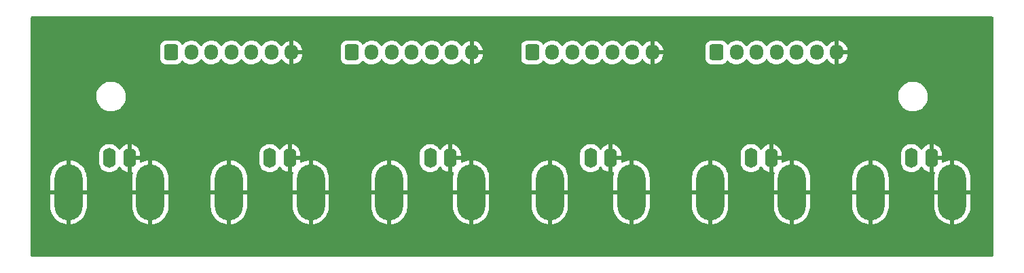
<source format=gbr>
%TF.GenerationSoftware,KiCad,Pcbnew,7.0.8*%
%TF.CreationDate,2024-02-11T23:31:29+01:00*%
%TF.ProjectId,BlankingRelay_Top1,426c616e-6b69-46e6-9752-656c61795f54,rev?*%
%TF.SameCoordinates,Original*%
%TF.FileFunction,Copper,L2,Bot*%
%TF.FilePolarity,Positive*%
%FSLAX46Y46*%
G04 Gerber Fmt 4.6, Leading zero omitted, Abs format (unit mm)*
G04 Created by KiCad (PCBNEW 7.0.8) date 2024-02-11 23:31:29*
%MOMM*%
%LPD*%
G01*
G04 APERTURE LIST*
G04 Aperture macros list*
%AMRoundRect*
0 Rectangle with rounded corners*
0 $1 Rounding radius*
0 $2 $3 $4 $5 $6 $7 $8 $9 X,Y pos of 4 corners*
0 Add a 4 corners polygon primitive as box body*
4,1,4,$2,$3,$4,$5,$6,$7,$8,$9,$2,$3,0*
0 Add four circle primitives for the rounded corners*
1,1,$1+$1,$2,$3*
1,1,$1+$1,$4,$5*
1,1,$1+$1,$6,$7*
1,1,$1+$1,$8,$9*
0 Add four rect primitives between the rounded corners*
20,1,$1+$1,$2,$3,$4,$5,0*
20,1,$1+$1,$4,$5,$6,$7,0*
20,1,$1+$1,$6,$7,$8,$9,0*
20,1,$1+$1,$8,$9,$2,$3,0*%
G04 Aperture macros list end*
%TA.AperFunction,ComponentPad*%
%ADD10O,1.700000X1.950000*%
%TD*%
%TA.AperFunction,ComponentPad*%
%ADD11RoundRect,0.250000X-0.600000X-0.725000X0.600000X-0.725000X0.600000X0.725000X-0.600000X0.725000X0*%
%TD*%
%TA.AperFunction,ComponentPad*%
%ADD12O,1.600200X2.499360*%
%TD*%
%TA.AperFunction,ComponentPad*%
%ADD13O,3.500120X7.000240*%
%TD*%
G04 APERTURE END LIST*
D10*
%TO.P,J10,7,Pin_7*%
%TO.N,GNDREF*%
X150500000Y-59500000D03*
%TO.P,J10,6,Pin_6*%
%TO.N,Blanking_Out6*%
X148000000Y-59500000D03*
%TO.P,J10,5,Pin_5*%
%TO.N,Blanking_Out5*%
X145500000Y-59500000D03*
%TO.P,J10,4,Pin_4*%
%TO.N,Blanking_Out4*%
X143000000Y-59500000D03*
%TO.P,J10,3,Pin_3*%
%TO.N,Blanking_Out3*%
X140500000Y-59500000D03*
%TO.P,J10,2,Pin_2*%
%TO.N,Blanking_Out2*%
X138000000Y-59500000D03*
D11*
%TO.P,J10,1,Pin_1*%
%TO.N,Blanking_Out1*%
X135500000Y-59500000D03*
%TD*%
D10*
%TO.P,J9,7,Pin_7*%
%TO.N,GNDREF*%
X127500000Y-59500000D03*
%TO.P,J9,6,Pin_6*%
%TO.N,Blanking_Out6*%
X125000000Y-59500000D03*
%TO.P,J9,5,Pin_5*%
%TO.N,Blanking_Out5*%
X122500000Y-59500000D03*
%TO.P,J9,4,Pin_4*%
%TO.N,Blanking_Out4*%
X120000000Y-59500000D03*
%TO.P,J9,3,Pin_3*%
%TO.N,Blanking_Out3*%
X117500000Y-59500000D03*
%TO.P,J9,2,Pin_2*%
%TO.N,Blanking_Out2*%
X115000000Y-59500000D03*
D11*
%TO.P,J9,1,Pin_1*%
%TO.N,Blanking_Out1*%
X112500000Y-59500000D03*
%TD*%
%TO.P,J8,1,Pin_1*%
%TO.N,Blanking_Out1*%
X90000000Y-59500000D03*
D10*
%TO.P,J8,2,Pin_2*%
%TO.N,Blanking_Out2*%
X92500000Y-59500000D03*
%TO.P,J8,3,Pin_3*%
%TO.N,Blanking_Out3*%
X95000000Y-59500000D03*
%TO.P,J8,4,Pin_4*%
%TO.N,Blanking_Out4*%
X97500000Y-59500000D03*
%TO.P,J8,5,Pin_5*%
%TO.N,Blanking_Out5*%
X100000000Y-59500000D03*
%TO.P,J8,6,Pin_6*%
%TO.N,Blanking_Out6*%
X102500000Y-59500000D03*
%TO.P,J8,7,Pin_7*%
%TO.N,GNDREF*%
X105000000Y-59500000D03*
%TD*%
D11*
%TO.P,J1,1,Pin_1*%
%TO.N,Blanking_Out1*%
X67500000Y-59500000D03*
D10*
%TO.P,J1,2,Pin_2*%
%TO.N,Blanking_Out2*%
X70000000Y-59500000D03*
%TO.P,J1,3,Pin_3*%
%TO.N,Blanking_Out3*%
X72500000Y-59500000D03*
%TO.P,J1,4,Pin_4*%
%TO.N,Blanking_Out4*%
X75000000Y-59500000D03*
%TO.P,J1,5,Pin_5*%
%TO.N,Blanking_Out5*%
X77500000Y-59500000D03*
%TO.P,J1,6,Pin_6*%
%TO.N,Blanking_Out6*%
X80000000Y-59500000D03*
%TO.P,J1,7,Pin_7*%
%TO.N,GNDREF*%
X82500000Y-59500000D03*
%TD*%
D12*
%TO.P,J6,2,Ext*%
%TO.N,GNDREF*%
X142299360Y-72698740D03*
D13*
X144897780Y-76963400D03*
X134699680Y-76963400D03*
D12*
%TO.P,J6,1,In*%
%TO.N,Blanking_Out5*%
X139800000Y-72698740D03*
%TD*%
D13*
%TO.P,J7,2,Ext*%
%TO.N,GNDREF*%
X164897780Y-76963400D03*
D12*
X162299360Y-72698740D03*
D13*
X154699680Y-76963400D03*
D12*
%TO.P,J7,1,In*%
%TO.N,Blanking_Out6*%
X159800000Y-72698740D03*
%TD*%
%TO.P,J5,2,Ext*%
%TO.N,GNDREF*%
X122299360Y-72698740D03*
D13*
X114699680Y-76963400D03*
X124897780Y-76963400D03*
D12*
%TO.P,J5,1,In*%
%TO.N,Blanking_Out4*%
X119800000Y-72698740D03*
%TD*%
D13*
%TO.P,J3,2,Ext*%
%TO.N,GNDREF*%
X74699680Y-76963400D03*
D12*
X82299360Y-72698740D03*
D13*
X84897780Y-76963400D03*
D12*
%TO.P,J3,1,In*%
%TO.N,Blanking_Out2*%
X79800000Y-72698740D03*
%TD*%
%TO.P,J4,2,Ext*%
%TO.N,GNDREF*%
X102299360Y-72698740D03*
D13*
X94699680Y-76963400D03*
X104897780Y-76963400D03*
D12*
%TO.P,J4,1,In*%
%TO.N,Blanking_Out3*%
X99800000Y-72698740D03*
%TD*%
D13*
%TO.P,J2,2,Ext*%
%TO.N,GNDREF*%
X54699680Y-76963400D03*
X64897780Y-76963400D03*
D12*
X62299360Y-72698740D03*
%TO.P,J2,1,In*%
%TO.N,Blanking_Out1*%
X59800000Y-72698740D03*
%TD*%
%TA.AperFunction,Conductor*%
%TO.N,GNDREF*%
G36*
X169941621Y-55020502D02*
G01*
X169988114Y-55074158D01*
X169999500Y-55126500D01*
X169999500Y-84873500D01*
X169979498Y-84941621D01*
X169925842Y-84988114D01*
X169873500Y-84999500D01*
X50126500Y-84999500D01*
X50058379Y-84979498D01*
X50011886Y-84925842D01*
X50000500Y-84873500D01*
X50000500Y-78788953D01*
X52441620Y-78788953D01*
X52456759Y-79015103D01*
X52456760Y-79015112D01*
X52516975Y-79311360D01*
X52516977Y-79311368D01*
X52616142Y-79596950D01*
X52616146Y-79596959D01*
X52752493Y-79866782D01*
X52923591Y-80116026D01*
X53126378Y-80340238D01*
X53126392Y-80340251D01*
X53357246Y-80535424D01*
X53357247Y-80535425D01*
X53612069Y-80698098D01*
X53886293Y-80825352D01*
X53886298Y-80825353D01*
X54175044Y-80914923D01*
X54445680Y-80960573D01*
X54445680Y-78034506D01*
X54594660Y-78063220D01*
X54752073Y-78063220D01*
X54908769Y-78048257D01*
X54953680Y-78035069D01*
X54953680Y-80957364D01*
X55076092Y-80945050D01*
X55370187Y-80874964D01*
X55370188Y-80874964D01*
X55652298Y-80766312D01*
X55917421Y-80621021D01*
X56160809Y-80441691D01*
X56378125Y-80231519D01*
X56378128Y-80231515D01*
X56565480Y-79994268D01*
X56565484Y-79994262D01*
X56719551Y-79734146D01*
X56719553Y-79734141D01*
X56837572Y-79455819D01*
X56837575Y-79455810D01*
X56917443Y-79164244D01*
X56957740Y-78864615D01*
X56957740Y-77217400D01*
X55774291Y-77217400D01*
X55803252Y-77015970D01*
X55793257Y-76806167D01*
X55769782Y-76709400D01*
X56957740Y-76709400D01*
X56957740Y-75137847D01*
X56942600Y-74911696D01*
X56942599Y-74911687D01*
X56882384Y-74615439D01*
X56882382Y-74615431D01*
X56783217Y-74329849D01*
X56783213Y-74329840D01*
X56646866Y-74060017D01*
X56475768Y-73810773D01*
X56272981Y-73586561D01*
X56272967Y-73586548D01*
X56042113Y-73391375D01*
X56042112Y-73391374D01*
X55787290Y-73228701D01*
X55737201Y-73205457D01*
X58491400Y-73205457D01*
X58506358Y-73376424D01*
X58565621Y-73597597D01*
X58662390Y-73805119D01*
X58793725Y-73992685D01*
X58955635Y-74154595D01*
X59143200Y-74285930D01*
X59350723Y-74382699D01*
X59571896Y-74441962D01*
X59800000Y-74461919D01*
X60028104Y-74441962D01*
X60249277Y-74382699D01*
X60456799Y-74285930D01*
X60644365Y-74154595D01*
X60806275Y-73992685D01*
X60937610Y-73805119D01*
X60937610Y-73805118D01*
X60937612Y-73805116D01*
X60940361Y-73800355D01*
X60942408Y-73801537D01*
X60982670Y-73755804D01*
X61050945Y-73736338D01*
X61118907Y-73756874D01*
X61157389Y-73801284D01*
X61159434Y-73800104D01*
X61162186Y-73804871D01*
X61293464Y-73992357D01*
X61293467Y-73992360D01*
X61455321Y-74154213D01*
X61642810Y-74285494D01*
X61850253Y-74382227D01*
X61850252Y-74382227D01*
X62045360Y-74434504D01*
X62045360Y-73132833D01*
X62156937Y-73183789D01*
X62263568Y-73199120D01*
X62335152Y-73199120D01*
X62441783Y-73183789D01*
X62553360Y-73132833D01*
X62553360Y-74434504D01*
X62574866Y-74428742D01*
X62645842Y-74430432D01*
X62704638Y-74470227D01*
X62732585Y-74535491D01*
X62728999Y-74583738D01*
X62680016Y-74762555D01*
X62639720Y-75062184D01*
X62639720Y-76709400D01*
X63823169Y-76709400D01*
X63794208Y-76910830D01*
X63804203Y-77120633D01*
X63827678Y-77217400D01*
X62639720Y-77217400D01*
X62639720Y-78788953D01*
X62654859Y-79015103D01*
X62654860Y-79015112D01*
X62715075Y-79311360D01*
X62715077Y-79311368D01*
X62814242Y-79596950D01*
X62814246Y-79596959D01*
X62950593Y-79866782D01*
X63121691Y-80116026D01*
X63324478Y-80340238D01*
X63324492Y-80340251D01*
X63555346Y-80535424D01*
X63555347Y-80535425D01*
X63810169Y-80698098D01*
X64084393Y-80825352D01*
X64084398Y-80825353D01*
X64373144Y-80914923D01*
X64643780Y-80960573D01*
X64643780Y-78034506D01*
X64792760Y-78063220D01*
X64950173Y-78063220D01*
X65106869Y-78048257D01*
X65151780Y-78035069D01*
X65151780Y-80957364D01*
X65274192Y-80945050D01*
X65568287Y-80874964D01*
X65568288Y-80874964D01*
X65850398Y-80766312D01*
X66115521Y-80621021D01*
X66358909Y-80441691D01*
X66576225Y-80231519D01*
X66576228Y-80231515D01*
X66763580Y-79994268D01*
X66763584Y-79994262D01*
X66917651Y-79734146D01*
X66917653Y-79734141D01*
X67035672Y-79455819D01*
X67035675Y-79455810D01*
X67115543Y-79164244D01*
X67155840Y-78864615D01*
X67155840Y-78788953D01*
X72441620Y-78788953D01*
X72456759Y-79015103D01*
X72456760Y-79015112D01*
X72516975Y-79311360D01*
X72516977Y-79311368D01*
X72616142Y-79596950D01*
X72616146Y-79596959D01*
X72752493Y-79866782D01*
X72923591Y-80116026D01*
X73126378Y-80340238D01*
X73126392Y-80340251D01*
X73357246Y-80535424D01*
X73357247Y-80535425D01*
X73612069Y-80698098D01*
X73886293Y-80825352D01*
X73886298Y-80825353D01*
X74175044Y-80914923D01*
X74445680Y-80960573D01*
X74445680Y-78034506D01*
X74594660Y-78063220D01*
X74752073Y-78063220D01*
X74908769Y-78048257D01*
X74953680Y-78035069D01*
X74953680Y-80957364D01*
X75076092Y-80945050D01*
X75370187Y-80874964D01*
X75370188Y-80874964D01*
X75652298Y-80766312D01*
X75917421Y-80621021D01*
X76160809Y-80441691D01*
X76378125Y-80231519D01*
X76378128Y-80231515D01*
X76565480Y-79994268D01*
X76565484Y-79994262D01*
X76719551Y-79734146D01*
X76719553Y-79734141D01*
X76837572Y-79455819D01*
X76837575Y-79455810D01*
X76917443Y-79164244D01*
X76957740Y-78864615D01*
X76957740Y-77217400D01*
X75774291Y-77217400D01*
X75803252Y-77015970D01*
X75793257Y-76806167D01*
X75769782Y-76709400D01*
X76957740Y-76709400D01*
X76957740Y-75137847D01*
X76942600Y-74911696D01*
X76942599Y-74911687D01*
X76882384Y-74615439D01*
X76882382Y-74615431D01*
X76783217Y-74329849D01*
X76783213Y-74329840D01*
X76646866Y-74060017D01*
X76475768Y-73810773D01*
X76272981Y-73586561D01*
X76272967Y-73586548D01*
X76042113Y-73391375D01*
X76042112Y-73391374D01*
X75787290Y-73228701D01*
X75737201Y-73205457D01*
X78491400Y-73205457D01*
X78506358Y-73376424D01*
X78565621Y-73597597D01*
X78662390Y-73805119D01*
X78793725Y-73992685D01*
X78955635Y-74154595D01*
X79143200Y-74285930D01*
X79350723Y-74382699D01*
X79571896Y-74441962D01*
X79800000Y-74461919D01*
X80028104Y-74441962D01*
X80249277Y-74382699D01*
X80456799Y-74285930D01*
X80644365Y-74154595D01*
X80806275Y-73992685D01*
X80937610Y-73805119D01*
X80937610Y-73805118D01*
X80937612Y-73805116D01*
X80940361Y-73800355D01*
X80942408Y-73801537D01*
X80982670Y-73755804D01*
X81050945Y-73736338D01*
X81118907Y-73756874D01*
X81157389Y-73801284D01*
X81159434Y-73800104D01*
X81162186Y-73804871D01*
X81293464Y-73992357D01*
X81293467Y-73992360D01*
X81455321Y-74154213D01*
X81642810Y-74285494D01*
X81850253Y-74382227D01*
X81850252Y-74382227D01*
X82045360Y-74434504D01*
X82045360Y-73132833D01*
X82156937Y-73183789D01*
X82263568Y-73199120D01*
X82335152Y-73199120D01*
X82441783Y-73183789D01*
X82553360Y-73132833D01*
X82553360Y-74434504D01*
X82574866Y-74428742D01*
X82645842Y-74430432D01*
X82704638Y-74470227D01*
X82732585Y-74535491D01*
X82728999Y-74583738D01*
X82680016Y-74762555D01*
X82639720Y-75062184D01*
X82639720Y-76709400D01*
X83823169Y-76709400D01*
X83794208Y-76910830D01*
X83804203Y-77120633D01*
X83827678Y-77217400D01*
X82639720Y-77217400D01*
X82639720Y-78788953D01*
X82654859Y-79015103D01*
X82654860Y-79015112D01*
X82715075Y-79311360D01*
X82715077Y-79311368D01*
X82814242Y-79596950D01*
X82814246Y-79596959D01*
X82950593Y-79866782D01*
X83121691Y-80116026D01*
X83324478Y-80340238D01*
X83324492Y-80340251D01*
X83555346Y-80535424D01*
X83555347Y-80535425D01*
X83810169Y-80698098D01*
X84084393Y-80825352D01*
X84084398Y-80825353D01*
X84373144Y-80914923D01*
X84643780Y-80960573D01*
X84643780Y-78034506D01*
X84792760Y-78063220D01*
X84950173Y-78063220D01*
X85106869Y-78048257D01*
X85151780Y-78035069D01*
X85151780Y-80957364D01*
X85274192Y-80945050D01*
X85568287Y-80874964D01*
X85568288Y-80874964D01*
X85850398Y-80766312D01*
X86115521Y-80621021D01*
X86358909Y-80441691D01*
X86576225Y-80231519D01*
X86576228Y-80231515D01*
X86763580Y-79994268D01*
X86763584Y-79994262D01*
X86917651Y-79734146D01*
X86917653Y-79734141D01*
X87035672Y-79455819D01*
X87035675Y-79455810D01*
X87115543Y-79164244D01*
X87155840Y-78864615D01*
X87155840Y-78788953D01*
X92441620Y-78788953D01*
X92456759Y-79015103D01*
X92456760Y-79015112D01*
X92516975Y-79311360D01*
X92516977Y-79311368D01*
X92616142Y-79596950D01*
X92616146Y-79596959D01*
X92752493Y-79866782D01*
X92923591Y-80116026D01*
X93126378Y-80340238D01*
X93126392Y-80340251D01*
X93357246Y-80535424D01*
X93357247Y-80535425D01*
X93612069Y-80698098D01*
X93886293Y-80825352D01*
X93886298Y-80825353D01*
X94175044Y-80914923D01*
X94445680Y-80960573D01*
X94445680Y-78034506D01*
X94594660Y-78063220D01*
X94752073Y-78063220D01*
X94908769Y-78048257D01*
X94953680Y-78035069D01*
X94953680Y-80957364D01*
X95076092Y-80945050D01*
X95370187Y-80874964D01*
X95370188Y-80874964D01*
X95652298Y-80766312D01*
X95917421Y-80621021D01*
X96160809Y-80441691D01*
X96378125Y-80231519D01*
X96378128Y-80231515D01*
X96565480Y-79994268D01*
X96565484Y-79994262D01*
X96719551Y-79734146D01*
X96719553Y-79734141D01*
X96837572Y-79455819D01*
X96837575Y-79455810D01*
X96917443Y-79164244D01*
X96957740Y-78864615D01*
X96957740Y-77217400D01*
X95774291Y-77217400D01*
X95803252Y-77015970D01*
X95793257Y-76806167D01*
X95769782Y-76709400D01*
X96957740Y-76709400D01*
X96957740Y-75137847D01*
X96942600Y-74911696D01*
X96942599Y-74911687D01*
X96882384Y-74615439D01*
X96882382Y-74615431D01*
X96783217Y-74329849D01*
X96783213Y-74329840D01*
X96646866Y-74060017D01*
X96475768Y-73810773D01*
X96272981Y-73586561D01*
X96272967Y-73586548D01*
X96042113Y-73391375D01*
X96042112Y-73391374D01*
X95787290Y-73228701D01*
X95737201Y-73205457D01*
X98491400Y-73205457D01*
X98506358Y-73376424D01*
X98565621Y-73597597D01*
X98662390Y-73805119D01*
X98793725Y-73992685D01*
X98955635Y-74154595D01*
X99143200Y-74285930D01*
X99350723Y-74382699D01*
X99571896Y-74441962D01*
X99800000Y-74461919D01*
X100028104Y-74441962D01*
X100249277Y-74382699D01*
X100456799Y-74285930D01*
X100644365Y-74154595D01*
X100806275Y-73992685D01*
X100937610Y-73805119D01*
X100937610Y-73805118D01*
X100937612Y-73805116D01*
X100940361Y-73800355D01*
X100942408Y-73801537D01*
X100982670Y-73755804D01*
X101050945Y-73736338D01*
X101118907Y-73756874D01*
X101157389Y-73801284D01*
X101159434Y-73800104D01*
X101162186Y-73804871D01*
X101293464Y-73992357D01*
X101293467Y-73992360D01*
X101455321Y-74154213D01*
X101642810Y-74285494D01*
X101850253Y-74382227D01*
X101850252Y-74382227D01*
X102045360Y-74434504D01*
X102045360Y-73132833D01*
X102156937Y-73183789D01*
X102263568Y-73199120D01*
X102335152Y-73199120D01*
X102441783Y-73183789D01*
X102553360Y-73132833D01*
X102553360Y-74434504D01*
X102574866Y-74428742D01*
X102645842Y-74430432D01*
X102704638Y-74470227D01*
X102732585Y-74535491D01*
X102728999Y-74583738D01*
X102680016Y-74762555D01*
X102639720Y-75062184D01*
X102639720Y-76709400D01*
X103823169Y-76709400D01*
X103794208Y-76910830D01*
X103804203Y-77120633D01*
X103827678Y-77217400D01*
X102639720Y-77217400D01*
X102639720Y-78788953D01*
X102654859Y-79015103D01*
X102654860Y-79015112D01*
X102715075Y-79311360D01*
X102715077Y-79311368D01*
X102814242Y-79596950D01*
X102814246Y-79596959D01*
X102950593Y-79866782D01*
X103121691Y-80116026D01*
X103324478Y-80340238D01*
X103324492Y-80340251D01*
X103555346Y-80535424D01*
X103555347Y-80535425D01*
X103810169Y-80698098D01*
X104084393Y-80825352D01*
X104084398Y-80825353D01*
X104373144Y-80914923D01*
X104643780Y-80960573D01*
X104643780Y-78034506D01*
X104792760Y-78063220D01*
X104950173Y-78063220D01*
X105106869Y-78048257D01*
X105151780Y-78035069D01*
X105151780Y-80957364D01*
X105274192Y-80945050D01*
X105568287Y-80874964D01*
X105568288Y-80874964D01*
X105850398Y-80766312D01*
X106115521Y-80621021D01*
X106358909Y-80441691D01*
X106576225Y-80231519D01*
X106576228Y-80231515D01*
X106763580Y-79994268D01*
X106763584Y-79994262D01*
X106917651Y-79734146D01*
X106917653Y-79734141D01*
X107035672Y-79455819D01*
X107035675Y-79455810D01*
X107115543Y-79164244D01*
X107155840Y-78864615D01*
X107155840Y-78788953D01*
X112441620Y-78788953D01*
X112456759Y-79015103D01*
X112456760Y-79015112D01*
X112516975Y-79311360D01*
X112516977Y-79311368D01*
X112616142Y-79596950D01*
X112616146Y-79596959D01*
X112752493Y-79866782D01*
X112923591Y-80116026D01*
X113126378Y-80340238D01*
X113126392Y-80340251D01*
X113357246Y-80535424D01*
X113357247Y-80535425D01*
X113612069Y-80698098D01*
X113886293Y-80825352D01*
X113886298Y-80825353D01*
X114175044Y-80914923D01*
X114445680Y-80960573D01*
X114445680Y-78034506D01*
X114594660Y-78063220D01*
X114752073Y-78063220D01*
X114908769Y-78048257D01*
X114953680Y-78035069D01*
X114953680Y-80957364D01*
X115076092Y-80945050D01*
X115370187Y-80874964D01*
X115370188Y-80874964D01*
X115652298Y-80766312D01*
X115917421Y-80621021D01*
X116160809Y-80441691D01*
X116378125Y-80231519D01*
X116378128Y-80231515D01*
X116565480Y-79994268D01*
X116565484Y-79994262D01*
X116719551Y-79734146D01*
X116719553Y-79734141D01*
X116837572Y-79455819D01*
X116837575Y-79455810D01*
X116917443Y-79164244D01*
X116957740Y-78864615D01*
X116957740Y-77217400D01*
X115774291Y-77217400D01*
X115803252Y-77015970D01*
X115793257Y-76806167D01*
X115769782Y-76709400D01*
X116957740Y-76709400D01*
X116957740Y-75137847D01*
X116942600Y-74911696D01*
X116942599Y-74911687D01*
X116882384Y-74615439D01*
X116882382Y-74615431D01*
X116783217Y-74329849D01*
X116783213Y-74329840D01*
X116646866Y-74060017D01*
X116475768Y-73810773D01*
X116272981Y-73586561D01*
X116272967Y-73586548D01*
X116042113Y-73391375D01*
X116042112Y-73391374D01*
X115787290Y-73228701D01*
X115737201Y-73205457D01*
X118491400Y-73205457D01*
X118506358Y-73376424D01*
X118565621Y-73597597D01*
X118662390Y-73805119D01*
X118793725Y-73992685D01*
X118955635Y-74154595D01*
X119143200Y-74285930D01*
X119350723Y-74382699D01*
X119571896Y-74441962D01*
X119800000Y-74461919D01*
X120028104Y-74441962D01*
X120249277Y-74382699D01*
X120456799Y-74285930D01*
X120644365Y-74154595D01*
X120806275Y-73992685D01*
X120937610Y-73805119D01*
X120937610Y-73805118D01*
X120937612Y-73805116D01*
X120940361Y-73800355D01*
X120942408Y-73801537D01*
X120982670Y-73755804D01*
X121050945Y-73736338D01*
X121118907Y-73756874D01*
X121157389Y-73801284D01*
X121159434Y-73800104D01*
X121162186Y-73804871D01*
X121293464Y-73992357D01*
X121293467Y-73992360D01*
X121455321Y-74154213D01*
X121642810Y-74285494D01*
X121850253Y-74382227D01*
X121850252Y-74382227D01*
X122045360Y-74434504D01*
X122045360Y-73132833D01*
X122156937Y-73183789D01*
X122263568Y-73199120D01*
X122335152Y-73199120D01*
X122441783Y-73183789D01*
X122553360Y-73132833D01*
X122553360Y-74434504D01*
X122574866Y-74428742D01*
X122645842Y-74430432D01*
X122704638Y-74470227D01*
X122732585Y-74535491D01*
X122728999Y-74583738D01*
X122680016Y-74762555D01*
X122639720Y-75062184D01*
X122639720Y-76709400D01*
X123823169Y-76709400D01*
X123794208Y-76910830D01*
X123804203Y-77120633D01*
X123827678Y-77217400D01*
X122639720Y-77217400D01*
X122639720Y-78788953D01*
X122654859Y-79015103D01*
X122654860Y-79015112D01*
X122715075Y-79311360D01*
X122715077Y-79311368D01*
X122814242Y-79596950D01*
X122814246Y-79596959D01*
X122950593Y-79866782D01*
X123121691Y-80116026D01*
X123324478Y-80340238D01*
X123324492Y-80340251D01*
X123555346Y-80535424D01*
X123555347Y-80535425D01*
X123810169Y-80698098D01*
X124084393Y-80825352D01*
X124084398Y-80825353D01*
X124373144Y-80914923D01*
X124643780Y-80960573D01*
X124643780Y-78034506D01*
X124792760Y-78063220D01*
X124950173Y-78063220D01*
X125106869Y-78048257D01*
X125151780Y-78035069D01*
X125151780Y-80957364D01*
X125274192Y-80945050D01*
X125568287Y-80874964D01*
X125568288Y-80874964D01*
X125850398Y-80766312D01*
X126115521Y-80621021D01*
X126358909Y-80441691D01*
X126576225Y-80231519D01*
X126576228Y-80231515D01*
X126763580Y-79994268D01*
X126763584Y-79994262D01*
X126917651Y-79734146D01*
X126917653Y-79734141D01*
X127035672Y-79455819D01*
X127035675Y-79455810D01*
X127115543Y-79164244D01*
X127155840Y-78864615D01*
X127155840Y-78788953D01*
X132441620Y-78788953D01*
X132456759Y-79015103D01*
X132456760Y-79015112D01*
X132516975Y-79311360D01*
X132516977Y-79311368D01*
X132616142Y-79596950D01*
X132616146Y-79596959D01*
X132752493Y-79866782D01*
X132923591Y-80116026D01*
X133126378Y-80340238D01*
X133126392Y-80340251D01*
X133357246Y-80535424D01*
X133357247Y-80535425D01*
X133612069Y-80698098D01*
X133886293Y-80825352D01*
X133886298Y-80825353D01*
X134175044Y-80914923D01*
X134445680Y-80960573D01*
X134445680Y-78034506D01*
X134594660Y-78063220D01*
X134752073Y-78063220D01*
X134908769Y-78048257D01*
X134953680Y-78035069D01*
X134953680Y-80957364D01*
X135076092Y-80945050D01*
X135370187Y-80874964D01*
X135370188Y-80874964D01*
X135652298Y-80766312D01*
X135917421Y-80621021D01*
X136160809Y-80441691D01*
X136378125Y-80231519D01*
X136378128Y-80231515D01*
X136565480Y-79994268D01*
X136565484Y-79994262D01*
X136719551Y-79734146D01*
X136719553Y-79734141D01*
X136837572Y-79455819D01*
X136837575Y-79455810D01*
X136917443Y-79164244D01*
X136957740Y-78864615D01*
X136957740Y-77217400D01*
X135774291Y-77217400D01*
X135803252Y-77015970D01*
X135793257Y-76806167D01*
X135769782Y-76709400D01*
X136957740Y-76709400D01*
X136957740Y-75137847D01*
X136942600Y-74911696D01*
X136942599Y-74911687D01*
X136882384Y-74615439D01*
X136882382Y-74615431D01*
X136783217Y-74329849D01*
X136783213Y-74329840D01*
X136646866Y-74060017D01*
X136475768Y-73810773D01*
X136272981Y-73586561D01*
X136272967Y-73586548D01*
X136042113Y-73391375D01*
X136042112Y-73391374D01*
X135787290Y-73228701D01*
X135737201Y-73205457D01*
X138491400Y-73205457D01*
X138506358Y-73376424D01*
X138565621Y-73597597D01*
X138662390Y-73805119D01*
X138793725Y-73992685D01*
X138955635Y-74154595D01*
X139143200Y-74285930D01*
X139350723Y-74382699D01*
X139571896Y-74441962D01*
X139800000Y-74461919D01*
X140028104Y-74441962D01*
X140249277Y-74382699D01*
X140456799Y-74285930D01*
X140644365Y-74154595D01*
X140806275Y-73992685D01*
X140937610Y-73805119D01*
X140937610Y-73805118D01*
X140937612Y-73805116D01*
X140940361Y-73800355D01*
X140942408Y-73801537D01*
X140982670Y-73755804D01*
X141050945Y-73736338D01*
X141118907Y-73756874D01*
X141157389Y-73801284D01*
X141159434Y-73800104D01*
X141162186Y-73804871D01*
X141293464Y-73992357D01*
X141293467Y-73992360D01*
X141455321Y-74154213D01*
X141642810Y-74285494D01*
X141850253Y-74382227D01*
X141850252Y-74382227D01*
X142045360Y-74434504D01*
X142045360Y-73132833D01*
X142156937Y-73183789D01*
X142263568Y-73199120D01*
X142335152Y-73199120D01*
X142441783Y-73183789D01*
X142553360Y-73132833D01*
X142553360Y-74434504D01*
X142574866Y-74428742D01*
X142645842Y-74430432D01*
X142704638Y-74470227D01*
X142732585Y-74535491D01*
X142728999Y-74583738D01*
X142680016Y-74762555D01*
X142639720Y-75062184D01*
X142639720Y-76709400D01*
X143823169Y-76709400D01*
X143794208Y-76910830D01*
X143804203Y-77120633D01*
X143827678Y-77217400D01*
X142639720Y-77217400D01*
X142639720Y-78788953D01*
X142654859Y-79015103D01*
X142654860Y-79015112D01*
X142715075Y-79311360D01*
X142715077Y-79311368D01*
X142814242Y-79596950D01*
X142814246Y-79596959D01*
X142950593Y-79866782D01*
X143121691Y-80116026D01*
X143324478Y-80340238D01*
X143324492Y-80340251D01*
X143555346Y-80535424D01*
X143555347Y-80535425D01*
X143810169Y-80698098D01*
X144084393Y-80825352D01*
X144084398Y-80825353D01*
X144373144Y-80914923D01*
X144643780Y-80960573D01*
X144643780Y-78034506D01*
X144792760Y-78063220D01*
X144950173Y-78063220D01*
X145106869Y-78048257D01*
X145151780Y-78035069D01*
X145151780Y-80957364D01*
X145274192Y-80945050D01*
X145568287Y-80874964D01*
X145568288Y-80874964D01*
X145850398Y-80766312D01*
X146115521Y-80621021D01*
X146358909Y-80441691D01*
X146576225Y-80231519D01*
X146576228Y-80231515D01*
X146763580Y-79994268D01*
X146763584Y-79994262D01*
X146917651Y-79734146D01*
X146917653Y-79734141D01*
X147035672Y-79455819D01*
X147035675Y-79455810D01*
X147115543Y-79164244D01*
X147155840Y-78864615D01*
X147155840Y-78788953D01*
X152441620Y-78788953D01*
X152456759Y-79015103D01*
X152456760Y-79015112D01*
X152516975Y-79311360D01*
X152516977Y-79311368D01*
X152616142Y-79596950D01*
X152616146Y-79596959D01*
X152752493Y-79866782D01*
X152923591Y-80116026D01*
X153126378Y-80340238D01*
X153126392Y-80340251D01*
X153357246Y-80535424D01*
X153357247Y-80535425D01*
X153612069Y-80698098D01*
X153886293Y-80825352D01*
X153886298Y-80825353D01*
X154175044Y-80914923D01*
X154445680Y-80960573D01*
X154445680Y-78034506D01*
X154594660Y-78063220D01*
X154752073Y-78063220D01*
X154908769Y-78048257D01*
X154953680Y-78035069D01*
X154953680Y-80957364D01*
X155076092Y-80945050D01*
X155370187Y-80874964D01*
X155370188Y-80874964D01*
X155652298Y-80766312D01*
X155917421Y-80621021D01*
X156160809Y-80441691D01*
X156378125Y-80231519D01*
X156378128Y-80231515D01*
X156565480Y-79994268D01*
X156565484Y-79994262D01*
X156719551Y-79734146D01*
X156719553Y-79734141D01*
X156837572Y-79455819D01*
X156837575Y-79455810D01*
X156917443Y-79164244D01*
X156957740Y-78864615D01*
X156957740Y-77217400D01*
X155774291Y-77217400D01*
X155803252Y-77015970D01*
X155793257Y-76806167D01*
X155769782Y-76709400D01*
X156957740Y-76709400D01*
X156957740Y-75137847D01*
X156942600Y-74911696D01*
X156942599Y-74911687D01*
X156882384Y-74615439D01*
X156882382Y-74615431D01*
X156783217Y-74329849D01*
X156783213Y-74329840D01*
X156646866Y-74060017D01*
X156475768Y-73810773D01*
X156272981Y-73586561D01*
X156272967Y-73586548D01*
X156042113Y-73391375D01*
X156042112Y-73391374D01*
X155787290Y-73228701D01*
X155737201Y-73205457D01*
X158491400Y-73205457D01*
X158506358Y-73376424D01*
X158565621Y-73597597D01*
X158662390Y-73805119D01*
X158793725Y-73992685D01*
X158955635Y-74154595D01*
X159143200Y-74285930D01*
X159350723Y-74382699D01*
X159571896Y-74441962D01*
X159800000Y-74461919D01*
X160028104Y-74441962D01*
X160249277Y-74382699D01*
X160456799Y-74285930D01*
X160644365Y-74154595D01*
X160806275Y-73992685D01*
X160937610Y-73805119D01*
X160937610Y-73805118D01*
X160937612Y-73805116D01*
X160940361Y-73800355D01*
X160942408Y-73801537D01*
X160982670Y-73755804D01*
X161050945Y-73736338D01*
X161118907Y-73756874D01*
X161157389Y-73801284D01*
X161159434Y-73800104D01*
X161162186Y-73804871D01*
X161293464Y-73992357D01*
X161293467Y-73992360D01*
X161455321Y-74154213D01*
X161642810Y-74285494D01*
X161850253Y-74382227D01*
X161850252Y-74382227D01*
X162045360Y-74434504D01*
X162045360Y-73132833D01*
X162156937Y-73183789D01*
X162263568Y-73199120D01*
X162335152Y-73199120D01*
X162441783Y-73183789D01*
X162553360Y-73132833D01*
X162553360Y-74434504D01*
X162574866Y-74428742D01*
X162645842Y-74430432D01*
X162704638Y-74470227D01*
X162732585Y-74535491D01*
X162728999Y-74583738D01*
X162680016Y-74762555D01*
X162639720Y-75062184D01*
X162639720Y-76709400D01*
X163823169Y-76709400D01*
X163794208Y-76910830D01*
X163804203Y-77120633D01*
X163827678Y-77217400D01*
X162639720Y-77217400D01*
X162639720Y-78788953D01*
X162654859Y-79015103D01*
X162654860Y-79015112D01*
X162715075Y-79311360D01*
X162715077Y-79311368D01*
X162814242Y-79596950D01*
X162814246Y-79596959D01*
X162950593Y-79866782D01*
X163121691Y-80116026D01*
X163324478Y-80340238D01*
X163324492Y-80340251D01*
X163555346Y-80535424D01*
X163555347Y-80535425D01*
X163810169Y-80698098D01*
X164084393Y-80825352D01*
X164084398Y-80825353D01*
X164373144Y-80914923D01*
X164643780Y-80960573D01*
X164643780Y-78034506D01*
X164792760Y-78063220D01*
X164950173Y-78063220D01*
X165106869Y-78048257D01*
X165151780Y-78035069D01*
X165151780Y-80957364D01*
X165274192Y-80945050D01*
X165568287Y-80874964D01*
X165568288Y-80874964D01*
X165850398Y-80766312D01*
X166115521Y-80621021D01*
X166358909Y-80441691D01*
X166576225Y-80231519D01*
X166576228Y-80231515D01*
X166763580Y-79994268D01*
X166763584Y-79994262D01*
X166917651Y-79734146D01*
X166917653Y-79734141D01*
X167035672Y-79455819D01*
X167035675Y-79455810D01*
X167115543Y-79164244D01*
X167155840Y-78864615D01*
X167155840Y-77217400D01*
X165972391Y-77217400D01*
X166001352Y-77015970D01*
X165991357Y-76806167D01*
X165967882Y-76709400D01*
X167155840Y-76709400D01*
X167155840Y-75137847D01*
X167140700Y-74911696D01*
X167140699Y-74911687D01*
X167080484Y-74615439D01*
X167080482Y-74615431D01*
X166981317Y-74329849D01*
X166981313Y-74329840D01*
X166844966Y-74060017D01*
X166673868Y-73810773D01*
X166471081Y-73586561D01*
X166471067Y-73586548D01*
X166240213Y-73391375D01*
X166240212Y-73391374D01*
X165985390Y-73228701D01*
X165711166Y-73101447D01*
X165711161Y-73101446D01*
X165422415Y-73011876D01*
X165151780Y-72966225D01*
X165151780Y-75892293D01*
X165002800Y-75863580D01*
X164845387Y-75863580D01*
X164688691Y-75878543D01*
X164643780Y-75891730D01*
X164643780Y-72969434D01*
X164521367Y-72981749D01*
X164227272Y-73051835D01*
X164227271Y-73051835D01*
X163945161Y-73160487D01*
X163794013Y-73243319D01*
X163724662Y-73258515D01*
X163658104Y-73233806D01*
X163615471Y-73177034D01*
X163607460Y-73132823D01*
X163607460Y-72952740D01*
X162730928Y-72952740D01*
X162759203Y-72908743D01*
X162799740Y-72770684D01*
X162799740Y-72626796D01*
X162759203Y-72488737D01*
X162730928Y-72444740D01*
X163607460Y-72444740D01*
X163607460Y-72192045D01*
X163592507Y-72021139D01*
X163533268Y-71800055D01*
X163533266Y-71800051D01*
X163436533Y-71592608D01*
X163305255Y-71405122D01*
X163305252Y-71405119D01*
X163143398Y-71243266D01*
X162955909Y-71111985D01*
X162748468Y-71015253D01*
X162748464Y-71015251D01*
X162553360Y-70962973D01*
X162553360Y-72264646D01*
X162441783Y-72213691D01*
X162335152Y-72198360D01*
X162263568Y-72198360D01*
X162156937Y-72213691D01*
X162045360Y-72264646D01*
X162045360Y-70962973D01*
X161850255Y-71015251D01*
X161850251Y-71015253D01*
X161642808Y-71111986D01*
X161455322Y-71243264D01*
X161455312Y-71243273D01*
X161293473Y-71405112D01*
X161293464Y-71405122D01*
X161162186Y-71592608D01*
X161159434Y-71597376D01*
X161157327Y-71596160D01*
X161117187Y-71641709D01*
X161048901Y-71661141D01*
X160980950Y-71640569D01*
X160942327Y-71595989D01*
X160940361Y-71597125D01*
X160937612Y-71592363D01*
X160806277Y-71404798D01*
X160806275Y-71404795D01*
X160644365Y-71242885D01*
X160456800Y-71111550D01*
X160249280Y-71014782D01*
X160249275Y-71014780D01*
X160146628Y-70987276D01*
X160028104Y-70955518D01*
X159800000Y-70935561D01*
X159571896Y-70955518D01*
X159544074Y-70962973D01*
X159350724Y-71014780D01*
X159350719Y-71014782D01*
X159143200Y-71111550D01*
X158955638Y-71242882D01*
X158955632Y-71242887D01*
X158793727Y-71404792D01*
X158793722Y-71404798D01*
X158662390Y-71592360D01*
X158565622Y-71799879D01*
X158565620Y-71799884D01*
X158522237Y-71961794D01*
X158506358Y-72021056D01*
X158491400Y-72192023D01*
X158491400Y-73205457D01*
X155737201Y-73205457D01*
X155513066Y-73101447D01*
X155513061Y-73101446D01*
X155224315Y-73011876D01*
X154953680Y-72966225D01*
X154953680Y-75892293D01*
X154804700Y-75863580D01*
X154647287Y-75863580D01*
X154490591Y-75878543D01*
X154445680Y-75891730D01*
X154445680Y-72969434D01*
X154445679Y-72969434D01*
X154323267Y-72981749D01*
X154029172Y-73051835D01*
X154029171Y-73051835D01*
X153747061Y-73160487D01*
X153481938Y-73305778D01*
X153238550Y-73485108D01*
X153021234Y-73695280D01*
X153021231Y-73695284D01*
X152833879Y-73932531D01*
X152833875Y-73932537D01*
X152679808Y-74192653D01*
X152679806Y-74192658D01*
X152561787Y-74470980D01*
X152561784Y-74470989D01*
X152481916Y-74762555D01*
X152441620Y-75062184D01*
X152441620Y-76709400D01*
X153625069Y-76709400D01*
X153596108Y-76910830D01*
X153606103Y-77120633D01*
X153629578Y-77217400D01*
X152441620Y-77217400D01*
X152441620Y-78788953D01*
X147155840Y-78788953D01*
X147155840Y-77217400D01*
X145972391Y-77217400D01*
X146001352Y-77015970D01*
X145991357Y-76806167D01*
X145967882Y-76709400D01*
X147155840Y-76709400D01*
X147155840Y-75137847D01*
X147140700Y-74911696D01*
X147140699Y-74911687D01*
X147080484Y-74615439D01*
X147080482Y-74615431D01*
X146981317Y-74329849D01*
X146981313Y-74329840D01*
X146844966Y-74060017D01*
X146673868Y-73810773D01*
X146471081Y-73586561D01*
X146471067Y-73586548D01*
X146240213Y-73391375D01*
X146240212Y-73391374D01*
X145985390Y-73228701D01*
X145711166Y-73101447D01*
X145711161Y-73101446D01*
X145422415Y-73011876D01*
X145151780Y-72966225D01*
X145151780Y-75892293D01*
X145002800Y-75863580D01*
X144845387Y-75863580D01*
X144688691Y-75878543D01*
X144643780Y-75891730D01*
X144643780Y-72969434D01*
X144643779Y-72969434D01*
X144521367Y-72981749D01*
X144227272Y-73051835D01*
X144227271Y-73051835D01*
X143945161Y-73160487D01*
X143794013Y-73243319D01*
X143724662Y-73258515D01*
X143658104Y-73233806D01*
X143615471Y-73177034D01*
X143607460Y-73132823D01*
X143607460Y-72952740D01*
X142730928Y-72952740D01*
X142759203Y-72908743D01*
X142799740Y-72770684D01*
X142799740Y-72626796D01*
X142759203Y-72488737D01*
X142730928Y-72444740D01*
X143607460Y-72444740D01*
X143607460Y-72192045D01*
X143592507Y-72021139D01*
X143533268Y-71800055D01*
X143533266Y-71800051D01*
X143436533Y-71592608D01*
X143305255Y-71405122D01*
X143305252Y-71405119D01*
X143143398Y-71243266D01*
X142955909Y-71111985D01*
X142748468Y-71015253D01*
X142748464Y-71015251D01*
X142553360Y-70962973D01*
X142553360Y-72264646D01*
X142441783Y-72213691D01*
X142335152Y-72198360D01*
X142263568Y-72198360D01*
X142156937Y-72213691D01*
X142045360Y-72264646D01*
X142045360Y-70962973D01*
X141850255Y-71015251D01*
X141850251Y-71015253D01*
X141642808Y-71111986D01*
X141455322Y-71243264D01*
X141455312Y-71243273D01*
X141293473Y-71405112D01*
X141293464Y-71405122D01*
X141162186Y-71592608D01*
X141159434Y-71597376D01*
X141157327Y-71596160D01*
X141117187Y-71641709D01*
X141048901Y-71661141D01*
X140980950Y-71640569D01*
X140942327Y-71595989D01*
X140940361Y-71597125D01*
X140937612Y-71592363D01*
X140806277Y-71404798D01*
X140806275Y-71404795D01*
X140644365Y-71242885D01*
X140456800Y-71111550D01*
X140249280Y-71014782D01*
X140249275Y-71014780D01*
X140146628Y-70987276D01*
X140028104Y-70955518D01*
X139800000Y-70935561D01*
X139571896Y-70955518D01*
X139544074Y-70962973D01*
X139350724Y-71014780D01*
X139350719Y-71014782D01*
X139143200Y-71111550D01*
X138955638Y-71242882D01*
X138955632Y-71242887D01*
X138793727Y-71404792D01*
X138793722Y-71404798D01*
X138662390Y-71592360D01*
X138565622Y-71799879D01*
X138565620Y-71799884D01*
X138522237Y-71961794D01*
X138506358Y-72021056D01*
X138491400Y-72192023D01*
X138491400Y-73205457D01*
X135737201Y-73205457D01*
X135513066Y-73101447D01*
X135513061Y-73101446D01*
X135224315Y-73011876D01*
X134953680Y-72966225D01*
X134953680Y-75892293D01*
X134804700Y-75863580D01*
X134647287Y-75863580D01*
X134490591Y-75878543D01*
X134445680Y-75891730D01*
X134445680Y-72969434D01*
X134445679Y-72969434D01*
X134323267Y-72981749D01*
X134029172Y-73051835D01*
X134029171Y-73051835D01*
X133747061Y-73160487D01*
X133481938Y-73305778D01*
X133238550Y-73485108D01*
X133021234Y-73695280D01*
X133021231Y-73695284D01*
X132833879Y-73932531D01*
X132833875Y-73932537D01*
X132679808Y-74192653D01*
X132679806Y-74192658D01*
X132561787Y-74470980D01*
X132561784Y-74470989D01*
X132481916Y-74762555D01*
X132441620Y-75062184D01*
X132441620Y-76709400D01*
X133625069Y-76709400D01*
X133596108Y-76910830D01*
X133606103Y-77120633D01*
X133629578Y-77217400D01*
X132441620Y-77217400D01*
X132441620Y-78788953D01*
X127155840Y-78788953D01*
X127155840Y-77217400D01*
X125972391Y-77217400D01*
X126001352Y-77015970D01*
X125991357Y-76806167D01*
X125967882Y-76709400D01*
X127155840Y-76709400D01*
X127155840Y-75137847D01*
X127140700Y-74911696D01*
X127140699Y-74911687D01*
X127080484Y-74615439D01*
X127080482Y-74615431D01*
X126981317Y-74329849D01*
X126981313Y-74329840D01*
X126844966Y-74060017D01*
X126673868Y-73810773D01*
X126471081Y-73586561D01*
X126471067Y-73586548D01*
X126240213Y-73391375D01*
X126240212Y-73391374D01*
X125985390Y-73228701D01*
X125711166Y-73101447D01*
X125711161Y-73101446D01*
X125422415Y-73011876D01*
X125151780Y-72966225D01*
X125151780Y-75892293D01*
X125002800Y-75863580D01*
X124845387Y-75863580D01*
X124688691Y-75878543D01*
X124643780Y-75891730D01*
X124643780Y-72969434D01*
X124643779Y-72969434D01*
X124521367Y-72981749D01*
X124227272Y-73051835D01*
X124227271Y-73051835D01*
X123945161Y-73160487D01*
X123794013Y-73243319D01*
X123724662Y-73258515D01*
X123658104Y-73233806D01*
X123615471Y-73177034D01*
X123607460Y-73132823D01*
X123607460Y-72952740D01*
X122730928Y-72952740D01*
X122759203Y-72908743D01*
X122799740Y-72770684D01*
X122799740Y-72626796D01*
X122759203Y-72488737D01*
X122730928Y-72444740D01*
X123607460Y-72444740D01*
X123607460Y-72192045D01*
X123592507Y-72021139D01*
X123533268Y-71800055D01*
X123533266Y-71800051D01*
X123436533Y-71592608D01*
X123305255Y-71405122D01*
X123305252Y-71405119D01*
X123143398Y-71243266D01*
X122955909Y-71111985D01*
X122748468Y-71015253D01*
X122748464Y-71015251D01*
X122553360Y-70962973D01*
X122553360Y-72264646D01*
X122441783Y-72213691D01*
X122335152Y-72198360D01*
X122263568Y-72198360D01*
X122156937Y-72213691D01*
X122045360Y-72264646D01*
X122045360Y-70962973D01*
X121850255Y-71015251D01*
X121850251Y-71015253D01*
X121642808Y-71111986D01*
X121455322Y-71243264D01*
X121455312Y-71243273D01*
X121293473Y-71405112D01*
X121293464Y-71405122D01*
X121162186Y-71592608D01*
X121159434Y-71597376D01*
X121157327Y-71596160D01*
X121117187Y-71641709D01*
X121048901Y-71661141D01*
X120980950Y-71640569D01*
X120942327Y-71595989D01*
X120940361Y-71597125D01*
X120937612Y-71592363D01*
X120806277Y-71404798D01*
X120806275Y-71404795D01*
X120644365Y-71242885D01*
X120456800Y-71111550D01*
X120249280Y-71014782D01*
X120249275Y-71014780D01*
X120146628Y-70987276D01*
X120028104Y-70955518D01*
X119800000Y-70935561D01*
X119571896Y-70955518D01*
X119544074Y-70962973D01*
X119350724Y-71014780D01*
X119350719Y-71014782D01*
X119143200Y-71111550D01*
X118955638Y-71242882D01*
X118955632Y-71242887D01*
X118793727Y-71404792D01*
X118793722Y-71404798D01*
X118662390Y-71592360D01*
X118565622Y-71799879D01*
X118565620Y-71799884D01*
X118522237Y-71961794D01*
X118506358Y-72021056D01*
X118491400Y-72192023D01*
X118491400Y-73205457D01*
X115737201Y-73205457D01*
X115513066Y-73101447D01*
X115513061Y-73101446D01*
X115224315Y-73011876D01*
X114953680Y-72966225D01*
X114953680Y-75892293D01*
X114804700Y-75863580D01*
X114647287Y-75863580D01*
X114490591Y-75878543D01*
X114445680Y-75891730D01*
X114445680Y-72969434D01*
X114445679Y-72969434D01*
X114323267Y-72981749D01*
X114029172Y-73051835D01*
X114029171Y-73051835D01*
X113747061Y-73160487D01*
X113481938Y-73305778D01*
X113238550Y-73485108D01*
X113021234Y-73695280D01*
X113021231Y-73695284D01*
X112833879Y-73932531D01*
X112833875Y-73932537D01*
X112679808Y-74192653D01*
X112679806Y-74192658D01*
X112561787Y-74470980D01*
X112561784Y-74470989D01*
X112481916Y-74762555D01*
X112441620Y-75062184D01*
X112441620Y-76709400D01*
X113625069Y-76709400D01*
X113596108Y-76910830D01*
X113606103Y-77120633D01*
X113629578Y-77217400D01*
X112441620Y-77217400D01*
X112441620Y-78788953D01*
X107155840Y-78788953D01*
X107155840Y-77217400D01*
X105972391Y-77217400D01*
X106001352Y-77015970D01*
X105991357Y-76806167D01*
X105967882Y-76709400D01*
X107155840Y-76709400D01*
X107155840Y-75137847D01*
X107140700Y-74911696D01*
X107140699Y-74911687D01*
X107080484Y-74615439D01*
X107080482Y-74615431D01*
X106981317Y-74329849D01*
X106981313Y-74329840D01*
X106844966Y-74060017D01*
X106673868Y-73810773D01*
X106471081Y-73586561D01*
X106471067Y-73586548D01*
X106240213Y-73391375D01*
X106240212Y-73391374D01*
X105985390Y-73228701D01*
X105711166Y-73101447D01*
X105711161Y-73101446D01*
X105422415Y-73011876D01*
X105151780Y-72966225D01*
X105151780Y-75892293D01*
X105002800Y-75863580D01*
X104845387Y-75863580D01*
X104688691Y-75878543D01*
X104643780Y-75891730D01*
X104643780Y-72969434D01*
X104643779Y-72969434D01*
X104521367Y-72981749D01*
X104227272Y-73051835D01*
X104227271Y-73051835D01*
X103945161Y-73160487D01*
X103794013Y-73243319D01*
X103724662Y-73258515D01*
X103658104Y-73233806D01*
X103615471Y-73177034D01*
X103607460Y-73132823D01*
X103607460Y-72952740D01*
X102730928Y-72952740D01*
X102759203Y-72908743D01*
X102799740Y-72770684D01*
X102799740Y-72626796D01*
X102759203Y-72488737D01*
X102730928Y-72444740D01*
X103607460Y-72444740D01*
X103607460Y-72192045D01*
X103592507Y-72021139D01*
X103533268Y-71800055D01*
X103533266Y-71800051D01*
X103436533Y-71592608D01*
X103305255Y-71405122D01*
X103305252Y-71405119D01*
X103143398Y-71243266D01*
X102955909Y-71111985D01*
X102748468Y-71015253D01*
X102748464Y-71015251D01*
X102553360Y-70962973D01*
X102553360Y-72264646D01*
X102441783Y-72213691D01*
X102335152Y-72198360D01*
X102263568Y-72198360D01*
X102156937Y-72213691D01*
X102045360Y-72264646D01*
X102045360Y-70962973D01*
X101850255Y-71015251D01*
X101850251Y-71015253D01*
X101642808Y-71111986D01*
X101455322Y-71243264D01*
X101455312Y-71243273D01*
X101293473Y-71405112D01*
X101293464Y-71405122D01*
X101162186Y-71592608D01*
X101159434Y-71597376D01*
X101157327Y-71596160D01*
X101117187Y-71641709D01*
X101048901Y-71661141D01*
X100980950Y-71640569D01*
X100942327Y-71595989D01*
X100940361Y-71597125D01*
X100937612Y-71592363D01*
X100806277Y-71404798D01*
X100806275Y-71404795D01*
X100644365Y-71242885D01*
X100456800Y-71111550D01*
X100249280Y-71014782D01*
X100249275Y-71014780D01*
X100146628Y-70987276D01*
X100028104Y-70955518D01*
X99800000Y-70935561D01*
X99571896Y-70955518D01*
X99544074Y-70962973D01*
X99350724Y-71014780D01*
X99350719Y-71014782D01*
X99143200Y-71111550D01*
X98955638Y-71242882D01*
X98955632Y-71242887D01*
X98793727Y-71404792D01*
X98793722Y-71404798D01*
X98662390Y-71592360D01*
X98565622Y-71799879D01*
X98565620Y-71799884D01*
X98522237Y-71961794D01*
X98506358Y-72021056D01*
X98491400Y-72192023D01*
X98491400Y-73205457D01*
X95737201Y-73205457D01*
X95513066Y-73101447D01*
X95513061Y-73101446D01*
X95224315Y-73011876D01*
X94953680Y-72966225D01*
X94953680Y-75892293D01*
X94804700Y-75863580D01*
X94647287Y-75863580D01*
X94490591Y-75878543D01*
X94445680Y-75891730D01*
X94445680Y-72969434D01*
X94445679Y-72969434D01*
X94323267Y-72981749D01*
X94029172Y-73051835D01*
X94029171Y-73051835D01*
X93747061Y-73160487D01*
X93481938Y-73305778D01*
X93238550Y-73485108D01*
X93021234Y-73695280D01*
X93021231Y-73695284D01*
X92833879Y-73932531D01*
X92833875Y-73932537D01*
X92679808Y-74192653D01*
X92679806Y-74192658D01*
X92561787Y-74470980D01*
X92561784Y-74470989D01*
X92481916Y-74762555D01*
X92441620Y-75062184D01*
X92441620Y-76709400D01*
X93625069Y-76709400D01*
X93596108Y-76910830D01*
X93606103Y-77120633D01*
X93629578Y-77217400D01*
X92441620Y-77217400D01*
X92441620Y-78788953D01*
X87155840Y-78788953D01*
X87155840Y-77217400D01*
X85972391Y-77217400D01*
X86001352Y-77015970D01*
X85991357Y-76806167D01*
X85967882Y-76709400D01*
X87155840Y-76709400D01*
X87155840Y-75137847D01*
X87140700Y-74911696D01*
X87140699Y-74911687D01*
X87080484Y-74615439D01*
X87080482Y-74615431D01*
X86981317Y-74329849D01*
X86981313Y-74329840D01*
X86844966Y-74060017D01*
X86673868Y-73810773D01*
X86471081Y-73586561D01*
X86471067Y-73586548D01*
X86240213Y-73391375D01*
X86240212Y-73391374D01*
X85985390Y-73228701D01*
X85711166Y-73101447D01*
X85711161Y-73101446D01*
X85422415Y-73011876D01*
X85151780Y-72966225D01*
X85151780Y-75892293D01*
X85002800Y-75863580D01*
X84845387Y-75863580D01*
X84688691Y-75878543D01*
X84643780Y-75891730D01*
X84643780Y-72969434D01*
X84643779Y-72969434D01*
X84521367Y-72981749D01*
X84227272Y-73051835D01*
X84227271Y-73051835D01*
X83945161Y-73160487D01*
X83794013Y-73243319D01*
X83724662Y-73258515D01*
X83658104Y-73233806D01*
X83615471Y-73177034D01*
X83607460Y-73132823D01*
X83607460Y-72952740D01*
X82730928Y-72952740D01*
X82759203Y-72908743D01*
X82799740Y-72770684D01*
X82799740Y-72626796D01*
X82759203Y-72488737D01*
X82730928Y-72444740D01*
X83607460Y-72444740D01*
X83607460Y-72192045D01*
X83592507Y-72021139D01*
X83533268Y-71800055D01*
X83533266Y-71800051D01*
X83436533Y-71592608D01*
X83305255Y-71405122D01*
X83305252Y-71405119D01*
X83143398Y-71243266D01*
X82955909Y-71111985D01*
X82748468Y-71015253D01*
X82748464Y-71015251D01*
X82553360Y-70962973D01*
X82553360Y-72264646D01*
X82441783Y-72213691D01*
X82335152Y-72198360D01*
X82263568Y-72198360D01*
X82156937Y-72213691D01*
X82045360Y-72264646D01*
X82045360Y-70962973D01*
X81850255Y-71015251D01*
X81850251Y-71015253D01*
X81642808Y-71111986D01*
X81455322Y-71243264D01*
X81455312Y-71243273D01*
X81293473Y-71405112D01*
X81293464Y-71405122D01*
X81162186Y-71592608D01*
X81159434Y-71597376D01*
X81157327Y-71596160D01*
X81117187Y-71641709D01*
X81048901Y-71661141D01*
X80980950Y-71640569D01*
X80942327Y-71595989D01*
X80940361Y-71597125D01*
X80937612Y-71592363D01*
X80806277Y-71404798D01*
X80806275Y-71404795D01*
X80644365Y-71242885D01*
X80456800Y-71111550D01*
X80249280Y-71014782D01*
X80249275Y-71014780D01*
X80146628Y-70987276D01*
X80028104Y-70955518D01*
X79800000Y-70935561D01*
X79571896Y-70955518D01*
X79544074Y-70962973D01*
X79350724Y-71014780D01*
X79350719Y-71014782D01*
X79143200Y-71111550D01*
X78955638Y-71242882D01*
X78955632Y-71242887D01*
X78793727Y-71404792D01*
X78793722Y-71404798D01*
X78662390Y-71592360D01*
X78565622Y-71799879D01*
X78565620Y-71799884D01*
X78522237Y-71961794D01*
X78506358Y-72021056D01*
X78491400Y-72192023D01*
X78491400Y-73205457D01*
X75737201Y-73205457D01*
X75513066Y-73101447D01*
X75513061Y-73101446D01*
X75224315Y-73011876D01*
X74953680Y-72966225D01*
X74953680Y-75892293D01*
X74804700Y-75863580D01*
X74647287Y-75863580D01*
X74490591Y-75878543D01*
X74445680Y-75891730D01*
X74445680Y-72969434D01*
X74323267Y-72981749D01*
X74029172Y-73051835D01*
X74029171Y-73051835D01*
X73747061Y-73160487D01*
X73481938Y-73305778D01*
X73238550Y-73485108D01*
X73021234Y-73695280D01*
X73021231Y-73695284D01*
X72833879Y-73932531D01*
X72833875Y-73932537D01*
X72679808Y-74192653D01*
X72679806Y-74192658D01*
X72561787Y-74470980D01*
X72561784Y-74470989D01*
X72481916Y-74762555D01*
X72441620Y-75062184D01*
X72441620Y-76709400D01*
X73625069Y-76709400D01*
X73596108Y-76910830D01*
X73606103Y-77120633D01*
X73629578Y-77217400D01*
X72441620Y-77217400D01*
X72441620Y-78788953D01*
X67155840Y-78788953D01*
X67155840Y-77217400D01*
X65972391Y-77217400D01*
X66001352Y-77015970D01*
X65991357Y-76806167D01*
X65967882Y-76709400D01*
X67155840Y-76709400D01*
X67155840Y-75137847D01*
X67140700Y-74911696D01*
X67140699Y-74911687D01*
X67080484Y-74615439D01*
X67080482Y-74615431D01*
X66981317Y-74329849D01*
X66981313Y-74329840D01*
X66844966Y-74060017D01*
X66673868Y-73810773D01*
X66471081Y-73586561D01*
X66471067Y-73586548D01*
X66240213Y-73391375D01*
X66240212Y-73391374D01*
X65985390Y-73228701D01*
X65711166Y-73101447D01*
X65711161Y-73101446D01*
X65422415Y-73011876D01*
X65151780Y-72966225D01*
X65151780Y-75892293D01*
X65002800Y-75863580D01*
X64845387Y-75863580D01*
X64688691Y-75878543D01*
X64643780Y-75891730D01*
X64643780Y-72969434D01*
X64643779Y-72969434D01*
X64521367Y-72981749D01*
X64227272Y-73051835D01*
X64227271Y-73051835D01*
X63945161Y-73160487D01*
X63794013Y-73243319D01*
X63724662Y-73258515D01*
X63658104Y-73233806D01*
X63615471Y-73177034D01*
X63607460Y-73132823D01*
X63607460Y-72952740D01*
X62730928Y-72952740D01*
X62759203Y-72908743D01*
X62799740Y-72770684D01*
X62799740Y-72626796D01*
X62759203Y-72488737D01*
X62730928Y-72444740D01*
X63607460Y-72444740D01*
X63607460Y-72192045D01*
X63592507Y-72021139D01*
X63533268Y-71800055D01*
X63533266Y-71800051D01*
X63436533Y-71592608D01*
X63305255Y-71405122D01*
X63305252Y-71405119D01*
X63143398Y-71243266D01*
X62955909Y-71111985D01*
X62748468Y-71015253D01*
X62748464Y-71015251D01*
X62553360Y-70962973D01*
X62553360Y-72264646D01*
X62441783Y-72213691D01*
X62335152Y-72198360D01*
X62263568Y-72198360D01*
X62156937Y-72213691D01*
X62045360Y-72264646D01*
X62045360Y-70962973D01*
X61850255Y-71015251D01*
X61850251Y-71015253D01*
X61642808Y-71111986D01*
X61455322Y-71243264D01*
X61455312Y-71243273D01*
X61293473Y-71405112D01*
X61293464Y-71405122D01*
X61162186Y-71592608D01*
X61159434Y-71597376D01*
X61157327Y-71596160D01*
X61117187Y-71641709D01*
X61048901Y-71661141D01*
X60980950Y-71640569D01*
X60942327Y-71595989D01*
X60940361Y-71597125D01*
X60937612Y-71592363D01*
X60806277Y-71404798D01*
X60806275Y-71404795D01*
X60644365Y-71242885D01*
X60456800Y-71111550D01*
X60249280Y-71014782D01*
X60249275Y-71014780D01*
X60146628Y-70987276D01*
X60028104Y-70955518D01*
X59800000Y-70935561D01*
X59571896Y-70955518D01*
X59544074Y-70962973D01*
X59350724Y-71014780D01*
X59350719Y-71014782D01*
X59143200Y-71111550D01*
X58955638Y-71242882D01*
X58955632Y-71242887D01*
X58793727Y-71404792D01*
X58793722Y-71404798D01*
X58662390Y-71592360D01*
X58565622Y-71799879D01*
X58565620Y-71799884D01*
X58522237Y-71961794D01*
X58506358Y-72021056D01*
X58491400Y-72192023D01*
X58491400Y-73205457D01*
X55737201Y-73205457D01*
X55513066Y-73101447D01*
X55513061Y-73101446D01*
X55224315Y-73011876D01*
X54953680Y-72966225D01*
X54953680Y-75892293D01*
X54804700Y-75863580D01*
X54647287Y-75863580D01*
X54490591Y-75878543D01*
X54445680Y-75891730D01*
X54445680Y-72969434D01*
X54445679Y-72969434D01*
X54323267Y-72981749D01*
X54029172Y-73051835D01*
X54029171Y-73051835D01*
X53747061Y-73160487D01*
X53481938Y-73305778D01*
X53238550Y-73485108D01*
X53021234Y-73695280D01*
X53021231Y-73695284D01*
X52833879Y-73932531D01*
X52833875Y-73932537D01*
X52679808Y-74192653D01*
X52679806Y-74192658D01*
X52561787Y-74470980D01*
X52561784Y-74470989D01*
X52481916Y-74762555D01*
X52441620Y-75062184D01*
X52441620Y-76709400D01*
X53625069Y-76709400D01*
X53596108Y-76910830D01*
X53606103Y-77120633D01*
X53629578Y-77217400D01*
X52441620Y-77217400D01*
X52441620Y-78788953D01*
X50000500Y-78788953D01*
X50000500Y-65067765D01*
X58145788Y-65067765D01*
X58175412Y-65337014D01*
X58243928Y-65599090D01*
X58349869Y-65848389D01*
X58349870Y-65848390D01*
X58490982Y-66079610D01*
X58664255Y-66287820D01*
X58865998Y-66468582D01*
X59091910Y-66618044D01*
X59337176Y-66733020D01*
X59596569Y-66811060D01*
X59596572Y-66811060D01*
X59596574Y-66811061D01*
X59864557Y-66850500D01*
X59864561Y-66850500D01*
X60067633Y-66850500D01*
X60102363Y-66847957D01*
X60270156Y-66835677D01*
X60270160Y-66835676D01*
X60270161Y-66835676D01*
X60380665Y-66811060D01*
X60534553Y-66776780D01*
X60787558Y-66680014D01*
X61023777Y-66547441D01*
X61238177Y-66381888D01*
X61426186Y-66186881D01*
X61583799Y-65966579D01*
X61707656Y-65725675D01*
X61795118Y-65469305D01*
X61844319Y-65202933D01*
X61849259Y-65067765D01*
X158145788Y-65067765D01*
X158175412Y-65337014D01*
X158243928Y-65599090D01*
X158349869Y-65848389D01*
X158349870Y-65848390D01*
X158490982Y-66079610D01*
X158664255Y-66287820D01*
X158865998Y-66468582D01*
X159091910Y-66618044D01*
X159337176Y-66733020D01*
X159596569Y-66811060D01*
X159596572Y-66811060D01*
X159596574Y-66811061D01*
X159864557Y-66850500D01*
X159864561Y-66850500D01*
X160067633Y-66850500D01*
X160102363Y-66847957D01*
X160270156Y-66835677D01*
X160270160Y-66835676D01*
X160270161Y-66835676D01*
X160380665Y-66811060D01*
X160534553Y-66776780D01*
X160787558Y-66680014D01*
X161023777Y-66547441D01*
X161238177Y-66381888D01*
X161426186Y-66186881D01*
X161583799Y-65966579D01*
X161707656Y-65725675D01*
X161795118Y-65469305D01*
X161844319Y-65202933D01*
X161854212Y-64932235D01*
X161839338Y-64797058D01*
X161824587Y-64662985D01*
X161756071Y-64400909D01*
X161650130Y-64151610D01*
X161509018Y-63920390D01*
X161335745Y-63712180D01*
X161335741Y-63712177D01*
X161335740Y-63712175D01*
X161134012Y-63531427D01*
X161134002Y-63531418D01*
X160908090Y-63381956D01*
X160662824Y-63266980D01*
X160505392Y-63219615D01*
X160403425Y-63188938D01*
X160135442Y-63149500D01*
X160135439Y-63149500D01*
X159932369Y-63149500D01*
X159932367Y-63149500D01*
X159729839Y-63164323D01*
X159729838Y-63164323D01*
X159465456Y-63223217D01*
X159465441Y-63223222D01*
X159212441Y-63319986D01*
X158976229Y-63452555D01*
X158976225Y-63452557D01*
X158761818Y-63618116D01*
X158573815Y-63813117D01*
X158573810Y-63813123D01*
X158416203Y-64033417D01*
X158416196Y-64033427D01*
X158292343Y-64274324D01*
X158292342Y-64274327D01*
X158204883Y-64530689D01*
X158204880Y-64530702D01*
X158155681Y-64797058D01*
X158155680Y-64797069D01*
X158145788Y-65067765D01*
X61849259Y-65067765D01*
X61854212Y-64932235D01*
X61839338Y-64797058D01*
X61824587Y-64662985D01*
X61756071Y-64400909D01*
X61650130Y-64151610D01*
X61509018Y-63920390D01*
X61335745Y-63712180D01*
X61335741Y-63712177D01*
X61335740Y-63712175D01*
X61134012Y-63531427D01*
X61134002Y-63531418D01*
X60908090Y-63381956D01*
X60662824Y-63266980D01*
X60505392Y-63219615D01*
X60403425Y-63188938D01*
X60135442Y-63149500D01*
X60135439Y-63149500D01*
X59932369Y-63149500D01*
X59932367Y-63149500D01*
X59729839Y-63164323D01*
X59729838Y-63164323D01*
X59465456Y-63223217D01*
X59465441Y-63223222D01*
X59212441Y-63319986D01*
X58976229Y-63452555D01*
X58976225Y-63452557D01*
X58761818Y-63618116D01*
X58573815Y-63813117D01*
X58573810Y-63813123D01*
X58416203Y-64033417D01*
X58416196Y-64033427D01*
X58292343Y-64274324D01*
X58292342Y-64274327D01*
X58204883Y-64530689D01*
X58204880Y-64530702D01*
X58155681Y-64797058D01*
X58155680Y-64797069D01*
X58145788Y-65067765D01*
X50000500Y-65067765D01*
X50000500Y-60275544D01*
X66141500Y-60275544D01*
X66152112Y-60379425D01*
X66207885Y-60547738D01*
X66300970Y-60698652D01*
X66300975Y-60698658D01*
X66426341Y-60824024D01*
X66426347Y-60824029D01*
X66426348Y-60824030D01*
X66577262Y-60917115D01*
X66745574Y-60972887D01*
X66849455Y-60983500D01*
X68150544Y-60983499D01*
X68254426Y-60972887D01*
X68422738Y-60917115D01*
X68573652Y-60824030D01*
X68699030Y-60698652D01*
X68789059Y-60552691D01*
X68841844Y-60505215D01*
X68911919Y-60493812D01*
X68977035Y-60522104D01*
X68987260Y-60531651D01*
X69022480Y-60568398D01*
X69099230Y-60648478D01*
X69285154Y-60785986D01*
X69352841Y-60820112D01*
X69491643Y-60890095D01*
X69712757Y-60957811D01*
X69942135Y-60987184D01*
X70173178Y-60977369D01*
X70399238Y-60928649D01*
X70613813Y-60842426D01*
X70810730Y-60721179D01*
X70984324Y-60568398D01*
X71129600Y-60388476D01*
X71141448Y-60367266D01*
X71192127Y-60317554D01*
X71261643Y-60303130D01*
X71327922Y-60328580D01*
X71355838Y-60358160D01*
X71361996Y-60367271D01*
X71439217Y-60481523D01*
X71522480Y-60568398D01*
X71599230Y-60648478D01*
X71785154Y-60785986D01*
X71852841Y-60820112D01*
X71991643Y-60890095D01*
X72212757Y-60957811D01*
X72442135Y-60987184D01*
X72673178Y-60977369D01*
X72899238Y-60928649D01*
X73113813Y-60842426D01*
X73310730Y-60721179D01*
X73484324Y-60568398D01*
X73629600Y-60388476D01*
X73641448Y-60367266D01*
X73692127Y-60317554D01*
X73761643Y-60303130D01*
X73827922Y-60328580D01*
X73855838Y-60358160D01*
X73861996Y-60367271D01*
X73939217Y-60481523D01*
X74022480Y-60568398D01*
X74099230Y-60648478D01*
X74285154Y-60785986D01*
X74352841Y-60820112D01*
X74491643Y-60890095D01*
X74712757Y-60957811D01*
X74942135Y-60987184D01*
X75173178Y-60977369D01*
X75399238Y-60928649D01*
X75613813Y-60842426D01*
X75810730Y-60721179D01*
X75984324Y-60568398D01*
X76129600Y-60388476D01*
X76141448Y-60367266D01*
X76192127Y-60317554D01*
X76261643Y-60303130D01*
X76327922Y-60328580D01*
X76355838Y-60358160D01*
X76361996Y-60367271D01*
X76439217Y-60481523D01*
X76522480Y-60568398D01*
X76599230Y-60648478D01*
X76785154Y-60785986D01*
X76852841Y-60820112D01*
X76991643Y-60890095D01*
X77212757Y-60957811D01*
X77442135Y-60987184D01*
X77673178Y-60977369D01*
X77899238Y-60928649D01*
X78113813Y-60842426D01*
X78310730Y-60721179D01*
X78484324Y-60568398D01*
X78629600Y-60388476D01*
X78641448Y-60367266D01*
X78692127Y-60317554D01*
X78761643Y-60303130D01*
X78827922Y-60328580D01*
X78855838Y-60358160D01*
X78861996Y-60367271D01*
X78939217Y-60481523D01*
X79022480Y-60568398D01*
X79099230Y-60648478D01*
X79285154Y-60785986D01*
X79352841Y-60820112D01*
X79491643Y-60890095D01*
X79712757Y-60957811D01*
X79942135Y-60987184D01*
X80173178Y-60977369D01*
X80399238Y-60928649D01*
X80613813Y-60842426D01*
X80810730Y-60721179D01*
X80984324Y-60568398D01*
X81129600Y-60388476D01*
X81141721Y-60366777D01*
X81192400Y-60317065D01*
X81261916Y-60302641D01*
X81328194Y-60328090D01*
X81356111Y-60357671D01*
X81439606Y-60481205D01*
X81439612Y-60481213D01*
X81599556Y-60648096D01*
X81599564Y-60648102D01*
X81785413Y-60785556D01*
X81991834Y-60889630D01*
X81991833Y-60889630D01*
X82212864Y-60957320D01*
X82246000Y-60961562D01*
X82246000Y-59906191D01*
X82364801Y-59960446D01*
X82466025Y-59975000D01*
X82533975Y-59975000D01*
X82635199Y-59960446D01*
X82754000Y-59906191D01*
X82754000Y-60959437D01*
X82899093Y-60928167D01*
X83113587Y-60841977D01*
X83310435Y-60720772D01*
X83483961Y-60568048D01*
X83483964Y-60568045D01*
X83629180Y-60388199D01*
X83692113Y-60275544D01*
X88641500Y-60275544D01*
X88652112Y-60379425D01*
X88707885Y-60547738D01*
X88800970Y-60698652D01*
X88800975Y-60698658D01*
X88926341Y-60824024D01*
X88926347Y-60824029D01*
X88926348Y-60824030D01*
X89077262Y-60917115D01*
X89245574Y-60972887D01*
X89349455Y-60983500D01*
X90650544Y-60983499D01*
X90754426Y-60972887D01*
X90922738Y-60917115D01*
X91073652Y-60824030D01*
X91199030Y-60698652D01*
X91289059Y-60552691D01*
X91341844Y-60505215D01*
X91411919Y-60493812D01*
X91477035Y-60522104D01*
X91487260Y-60531651D01*
X91522480Y-60568398D01*
X91599230Y-60648478D01*
X91785154Y-60785986D01*
X91852841Y-60820112D01*
X91991643Y-60890095D01*
X92212757Y-60957811D01*
X92442135Y-60987184D01*
X92673178Y-60977369D01*
X92899238Y-60928649D01*
X93113813Y-60842426D01*
X93310730Y-60721179D01*
X93484324Y-60568398D01*
X93629600Y-60388476D01*
X93641448Y-60367266D01*
X93692127Y-60317554D01*
X93761643Y-60303130D01*
X93827922Y-60328580D01*
X93855838Y-60358160D01*
X93861996Y-60367271D01*
X93939217Y-60481523D01*
X94022480Y-60568398D01*
X94099230Y-60648478D01*
X94285154Y-60785986D01*
X94352841Y-60820112D01*
X94491643Y-60890095D01*
X94712757Y-60957811D01*
X94942135Y-60987184D01*
X95173178Y-60977369D01*
X95399238Y-60928649D01*
X95613813Y-60842426D01*
X95810730Y-60721179D01*
X95984324Y-60568398D01*
X96129600Y-60388476D01*
X96141448Y-60367266D01*
X96192127Y-60317554D01*
X96261643Y-60303130D01*
X96327922Y-60328580D01*
X96355838Y-60358160D01*
X96361996Y-60367271D01*
X96439217Y-60481523D01*
X96522480Y-60568398D01*
X96599230Y-60648478D01*
X96785154Y-60785986D01*
X96852841Y-60820112D01*
X96991643Y-60890095D01*
X97212757Y-60957811D01*
X97442135Y-60987184D01*
X97673178Y-60977369D01*
X97899238Y-60928649D01*
X98113813Y-60842426D01*
X98310730Y-60721179D01*
X98484324Y-60568398D01*
X98629600Y-60388476D01*
X98641448Y-60367266D01*
X98692127Y-60317554D01*
X98761643Y-60303130D01*
X98827922Y-60328580D01*
X98855838Y-60358160D01*
X98861996Y-60367271D01*
X98939217Y-60481523D01*
X99022480Y-60568398D01*
X99099230Y-60648478D01*
X99285154Y-60785986D01*
X99352841Y-60820112D01*
X99491643Y-60890095D01*
X99712757Y-60957811D01*
X99942135Y-60987184D01*
X100173178Y-60977369D01*
X100399238Y-60928649D01*
X100613813Y-60842426D01*
X100810730Y-60721179D01*
X100984324Y-60568398D01*
X101129600Y-60388476D01*
X101141448Y-60367266D01*
X101192127Y-60317554D01*
X101261643Y-60303130D01*
X101327922Y-60328580D01*
X101355838Y-60358160D01*
X101361996Y-60367271D01*
X101439217Y-60481523D01*
X101522480Y-60568398D01*
X101599230Y-60648478D01*
X101785154Y-60785986D01*
X101852841Y-60820112D01*
X101991643Y-60890095D01*
X102212757Y-60957811D01*
X102442135Y-60987184D01*
X102673178Y-60977369D01*
X102899238Y-60928649D01*
X103113813Y-60842426D01*
X103310730Y-60721179D01*
X103484324Y-60568398D01*
X103629600Y-60388476D01*
X103641721Y-60366777D01*
X103692400Y-60317065D01*
X103761916Y-60302641D01*
X103828194Y-60328090D01*
X103856111Y-60357671D01*
X103939606Y-60481205D01*
X103939612Y-60481213D01*
X104099556Y-60648096D01*
X104099564Y-60648102D01*
X104285413Y-60785556D01*
X104491834Y-60889630D01*
X104491833Y-60889630D01*
X104712864Y-60957320D01*
X104746000Y-60961562D01*
X104746000Y-59906191D01*
X104864801Y-59960446D01*
X104966025Y-59975000D01*
X105033975Y-59975000D01*
X105135199Y-59960446D01*
X105254000Y-59906191D01*
X105254000Y-60959437D01*
X105399093Y-60928167D01*
X105613587Y-60841977D01*
X105810435Y-60720772D01*
X105983961Y-60568048D01*
X105983964Y-60568045D01*
X106129180Y-60388199D01*
X106192113Y-60275544D01*
X111141500Y-60275544D01*
X111152112Y-60379425D01*
X111207885Y-60547738D01*
X111300970Y-60698652D01*
X111300975Y-60698658D01*
X111426341Y-60824024D01*
X111426347Y-60824029D01*
X111426348Y-60824030D01*
X111577262Y-60917115D01*
X111745574Y-60972887D01*
X111849455Y-60983500D01*
X113150544Y-60983499D01*
X113254426Y-60972887D01*
X113422738Y-60917115D01*
X113573652Y-60824030D01*
X113699030Y-60698652D01*
X113789059Y-60552691D01*
X113841844Y-60505215D01*
X113911919Y-60493812D01*
X113977035Y-60522104D01*
X113987260Y-60531651D01*
X114022480Y-60568398D01*
X114099230Y-60648478D01*
X114285154Y-60785986D01*
X114352841Y-60820112D01*
X114491643Y-60890095D01*
X114712757Y-60957811D01*
X114942135Y-60987184D01*
X115173178Y-60977369D01*
X115399238Y-60928649D01*
X115613813Y-60842426D01*
X115810730Y-60721179D01*
X115984324Y-60568398D01*
X116129600Y-60388476D01*
X116141448Y-60367266D01*
X116192127Y-60317554D01*
X116261643Y-60303130D01*
X116327922Y-60328580D01*
X116355838Y-60358160D01*
X116361996Y-60367271D01*
X116439217Y-60481523D01*
X116522480Y-60568398D01*
X116599230Y-60648478D01*
X116785154Y-60785986D01*
X116852841Y-60820112D01*
X116991643Y-60890095D01*
X117212757Y-60957811D01*
X117442135Y-60987184D01*
X117673178Y-60977369D01*
X117899238Y-60928649D01*
X118113813Y-60842426D01*
X118310730Y-60721179D01*
X118484324Y-60568398D01*
X118629600Y-60388476D01*
X118641448Y-60367266D01*
X118692127Y-60317554D01*
X118761643Y-60303130D01*
X118827922Y-60328580D01*
X118855838Y-60358160D01*
X118861996Y-60367271D01*
X118939217Y-60481523D01*
X119022480Y-60568398D01*
X119099230Y-60648478D01*
X119285154Y-60785986D01*
X119352841Y-60820112D01*
X119491643Y-60890095D01*
X119712757Y-60957811D01*
X119942135Y-60987184D01*
X120173178Y-60977369D01*
X120399238Y-60928649D01*
X120613813Y-60842426D01*
X120810730Y-60721179D01*
X120984324Y-60568398D01*
X121129600Y-60388476D01*
X121141448Y-60367266D01*
X121192127Y-60317554D01*
X121261643Y-60303130D01*
X121327922Y-60328580D01*
X121355838Y-60358160D01*
X121361996Y-60367271D01*
X121439217Y-60481523D01*
X121522480Y-60568398D01*
X121599230Y-60648478D01*
X121785154Y-60785986D01*
X121852841Y-60820112D01*
X121991643Y-60890095D01*
X122212757Y-60957811D01*
X122442135Y-60987184D01*
X122673178Y-60977369D01*
X122899238Y-60928649D01*
X123113813Y-60842426D01*
X123310730Y-60721179D01*
X123484324Y-60568398D01*
X123629600Y-60388476D01*
X123641448Y-60367266D01*
X123692127Y-60317554D01*
X123761643Y-60303130D01*
X123827922Y-60328580D01*
X123855838Y-60358160D01*
X123861996Y-60367271D01*
X123939217Y-60481523D01*
X124022480Y-60568398D01*
X124099230Y-60648478D01*
X124285154Y-60785986D01*
X124352841Y-60820112D01*
X124491643Y-60890095D01*
X124712757Y-60957811D01*
X124942135Y-60987184D01*
X125173178Y-60977369D01*
X125399238Y-60928649D01*
X125613813Y-60842426D01*
X125810730Y-60721179D01*
X125984324Y-60568398D01*
X126129600Y-60388476D01*
X126141721Y-60366777D01*
X126192400Y-60317065D01*
X126261916Y-60302641D01*
X126328194Y-60328090D01*
X126356111Y-60357671D01*
X126439606Y-60481205D01*
X126439612Y-60481213D01*
X126599556Y-60648096D01*
X126599564Y-60648102D01*
X126785413Y-60785556D01*
X126991834Y-60889630D01*
X126991833Y-60889630D01*
X127212864Y-60957320D01*
X127246000Y-60961562D01*
X127246000Y-59906191D01*
X127364801Y-59960446D01*
X127466025Y-59975000D01*
X127533975Y-59975000D01*
X127635199Y-59960446D01*
X127754000Y-59906191D01*
X127754000Y-60959437D01*
X127899093Y-60928167D01*
X128113587Y-60841977D01*
X128310435Y-60720772D01*
X128483961Y-60568048D01*
X128483964Y-60568045D01*
X128629180Y-60388199D01*
X128692113Y-60275544D01*
X134141500Y-60275544D01*
X134152112Y-60379425D01*
X134207885Y-60547738D01*
X134300970Y-60698652D01*
X134300975Y-60698658D01*
X134426341Y-60824024D01*
X134426347Y-60824029D01*
X134426348Y-60824030D01*
X134577262Y-60917115D01*
X134745574Y-60972887D01*
X134849455Y-60983500D01*
X136150544Y-60983499D01*
X136254426Y-60972887D01*
X136422738Y-60917115D01*
X136573652Y-60824030D01*
X136699030Y-60698652D01*
X136789059Y-60552691D01*
X136841844Y-60505215D01*
X136911919Y-60493812D01*
X136977035Y-60522104D01*
X136987260Y-60531651D01*
X137022480Y-60568398D01*
X137099230Y-60648478D01*
X137285154Y-60785986D01*
X137352841Y-60820112D01*
X137491643Y-60890095D01*
X137712757Y-60957811D01*
X137942135Y-60987184D01*
X138173178Y-60977369D01*
X138399238Y-60928649D01*
X138613813Y-60842426D01*
X138810730Y-60721179D01*
X138984324Y-60568398D01*
X139129600Y-60388476D01*
X139141448Y-60367266D01*
X139192127Y-60317554D01*
X139261643Y-60303130D01*
X139327922Y-60328580D01*
X139355838Y-60358160D01*
X139361996Y-60367271D01*
X139439217Y-60481523D01*
X139522480Y-60568398D01*
X139599230Y-60648478D01*
X139785154Y-60785986D01*
X139852841Y-60820112D01*
X139991643Y-60890095D01*
X140212757Y-60957811D01*
X140442135Y-60987184D01*
X140673178Y-60977369D01*
X140899238Y-60928649D01*
X141113813Y-60842426D01*
X141310730Y-60721179D01*
X141484324Y-60568398D01*
X141629600Y-60388476D01*
X141641448Y-60367266D01*
X141692127Y-60317554D01*
X141761643Y-60303130D01*
X141827922Y-60328580D01*
X141855838Y-60358160D01*
X141861996Y-60367271D01*
X141939217Y-60481523D01*
X142022480Y-60568398D01*
X142099230Y-60648478D01*
X142285154Y-60785986D01*
X142352841Y-60820112D01*
X142491643Y-60890095D01*
X142712757Y-60957811D01*
X142942135Y-60987184D01*
X143173178Y-60977369D01*
X143399238Y-60928649D01*
X143613813Y-60842426D01*
X143810730Y-60721179D01*
X143984324Y-60568398D01*
X144129600Y-60388476D01*
X144141448Y-60367266D01*
X144192127Y-60317554D01*
X144261643Y-60303130D01*
X144327922Y-60328580D01*
X144355838Y-60358160D01*
X144361996Y-60367271D01*
X144439217Y-60481523D01*
X144522480Y-60568398D01*
X144599230Y-60648478D01*
X144785154Y-60785986D01*
X144852841Y-60820112D01*
X144991643Y-60890095D01*
X145212757Y-60957811D01*
X145442135Y-60987184D01*
X145673178Y-60977369D01*
X145899238Y-60928649D01*
X146113813Y-60842426D01*
X146310730Y-60721179D01*
X146484324Y-60568398D01*
X146629600Y-60388476D01*
X146641448Y-60367266D01*
X146692127Y-60317554D01*
X146761643Y-60303130D01*
X146827922Y-60328580D01*
X146855838Y-60358160D01*
X146861996Y-60367271D01*
X146939217Y-60481523D01*
X147022480Y-60568398D01*
X147099230Y-60648478D01*
X147285154Y-60785986D01*
X147352841Y-60820112D01*
X147491643Y-60890095D01*
X147712757Y-60957811D01*
X147942135Y-60987184D01*
X148173178Y-60977369D01*
X148399238Y-60928649D01*
X148613813Y-60842426D01*
X148810730Y-60721179D01*
X148984324Y-60568398D01*
X149129600Y-60388476D01*
X149141721Y-60366777D01*
X149192400Y-60317065D01*
X149261916Y-60302641D01*
X149328194Y-60328090D01*
X149356111Y-60357671D01*
X149439606Y-60481205D01*
X149439612Y-60481213D01*
X149599556Y-60648096D01*
X149599564Y-60648102D01*
X149785413Y-60785556D01*
X149991834Y-60889630D01*
X149991833Y-60889630D01*
X150212864Y-60957320D01*
X150246000Y-60961562D01*
X150246000Y-59906191D01*
X150364801Y-59960446D01*
X150466025Y-59975000D01*
X150533975Y-59975000D01*
X150635199Y-59960446D01*
X150754000Y-59906191D01*
X150754000Y-60959437D01*
X150899093Y-60928167D01*
X151113587Y-60841977D01*
X151310435Y-60720772D01*
X151483961Y-60568048D01*
X151483964Y-60568045D01*
X151629180Y-60388199D01*
X151741922Y-60186382D01*
X151818931Y-59968430D01*
X151818931Y-59968429D01*
X151855699Y-59754000D01*
X150901398Y-59754000D01*
X150936519Y-59699351D01*
X150975000Y-59568295D01*
X150975000Y-59431705D01*
X150936519Y-59300649D01*
X150901398Y-59246000D01*
X151851930Y-59246000D01*
X151843305Y-59144666D01*
X151843304Y-59144660D01*
X151785059Y-58920966D01*
X151689842Y-58710321D01*
X151689839Y-58710315D01*
X151560393Y-58518794D01*
X151560387Y-58518786D01*
X151400443Y-58351903D01*
X151400435Y-58351897D01*
X151214586Y-58214443D01*
X151008165Y-58110369D01*
X150787137Y-58042680D01*
X150754000Y-58038435D01*
X150754000Y-59093808D01*
X150635199Y-59039554D01*
X150533975Y-59025000D01*
X150466025Y-59025000D01*
X150364801Y-59039554D01*
X150246000Y-59093808D01*
X150246000Y-58040561D01*
X150100906Y-58071831D01*
X149886412Y-58158022D01*
X149689564Y-58279227D01*
X149516038Y-58431951D01*
X149516035Y-58431954D01*
X149370817Y-58611802D01*
X149370814Y-58611807D01*
X149358863Y-58633200D01*
X149308177Y-58682913D01*
X149238660Y-58697332D01*
X149172383Y-58671878D01*
X149144474Y-58642302D01*
X149138006Y-58632733D01*
X149060783Y-58518477D01*
X148900772Y-58351524D01*
X148900771Y-58351523D01*
X148900769Y-58351521D01*
X148714845Y-58214013D01*
X148579470Y-58145759D01*
X148508357Y-58109905D01*
X148508354Y-58109904D01*
X148508352Y-58109903D01*
X148382466Y-58071351D01*
X148287243Y-58042189D01*
X148057865Y-58012816D01*
X148057861Y-58012816D01*
X148057853Y-58012815D01*
X147826821Y-58022630D01*
X147600759Y-58071351D01*
X147386184Y-58157575D01*
X147386180Y-58157577D01*
X147189272Y-58278819D01*
X147189268Y-58278822D01*
X147015676Y-58431601D01*
X146870401Y-58611522D01*
X146858552Y-58632733D01*
X146807867Y-58682448D01*
X146738350Y-58696868D01*
X146672073Y-58671416D01*
X146644161Y-58641839D01*
X146638322Y-58633200D01*
X146560783Y-58518477D01*
X146400772Y-58351524D01*
X146400771Y-58351523D01*
X146400769Y-58351521D01*
X146214845Y-58214013D01*
X146079470Y-58145759D01*
X146008357Y-58109905D01*
X146008354Y-58109904D01*
X146008352Y-58109903D01*
X145882466Y-58071351D01*
X145787243Y-58042189D01*
X145557865Y-58012816D01*
X145557861Y-58012816D01*
X145557853Y-58012815D01*
X145326821Y-58022630D01*
X145100759Y-58071351D01*
X144886184Y-58157575D01*
X144886180Y-58157577D01*
X144689272Y-58278819D01*
X144689268Y-58278822D01*
X144515676Y-58431601D01*
X144370401Y-58611522D01*
X144358552Y-58632733D01*
X144307867Y-58682448D01*
X144238350Y-58696868D01*
X144172073Y-58671416D01*
X144144161Y-58641839D01*
X144138322Y-58633200D01*
X144060783Y-58518477D01*
X143900772Y-58351524D01*
X143900771Y-58351523D01*
X143900769Y-58351521D01*
X143714845Y-58214013D01*
X143579470Y-58145759D01*
X143508357Y-58109905D01*
X143508354Y-58109904D01*
X143508352Y-58109903D01*
X143382466Y-58071351D01*
X143287243Y-58042189D01*
X143057865Y-58012816D01*
X143057861Y-58012816D01*
X143057853Y-58012815D01*
X142826821Y-58022630D01*
X142600759Y-58071351D01*
X142386184Y-58157575D01*
X142386180Y-58157577D01*
X142189272Y-58278819D01*
X142189268Y-58278822D01*
X142015676Y-58431601D01*
X141870401Y-58611522D01*
X141858552Y-58632733D01*
X141807867Y-58682448D01*
X141738350Y-58696868D01*
X141672073Y-58671416D01*
X141644161Y-58641839D01*
X141638322Y-58633200D01*
X141560783Y-58518477D01*
X141400772Y-58351524D01*
X141400771Y-58351523D01*
X141400769Y-58351521D01*
X141214845Y-58214013D01*
X141079470Y-58145759D01*
X141008357Y-58109905D01*
X141008354Y-58109904D01*
X141008352Y-58109903D01*
X140882466Y-58071351D01*
X140787243Y-58042189D01*
X140557865Y-58012816D01*
X140557861Y-58012816D01*
X140557853Y-58012815D01*
X140326821Y-58022630D01*
X140100759Y-58071351D01*
X139886184Y-58157575D01*
X139886180Y-58157577D01*
X139689272Y-58278819D01*
X139689268Y-58278822D01*
X139515676Y-58431601D01*
X139370401Y-58611522D01*
X139358552Y-58632733D01*
X139307867Y-58682448D01*
X139238350Y-58696868D01*
X139172073Y-58671416D01*
X139144161Y-58641839D01*
X139138322Y-58633200D01*
X139060783Y-58518477D01*
X138900772Y-58351524D01*
X138900771Y-58351523D01*
X138900769Y-58351521D01*
X138714845Y-58214013D01*
X138579470Y-58145759D01*
X138508357Y-58109905D01*
X138508354Y-58109904D01*
X138508352Y-58109903D01*
X138382466Y-58071351D01*
X138287243Y-58042189D01*
X138057865Y-58012816D01*
X138057861Y-58012816D01*
X138057853Y-58012815D01*
X137826821Y-58022630D01*
X137600759Y-58071351D01*
X137386184Y-58157575D01*
X137386180Y-58157577D01*
X137189272Y-58278819D01*
X137189268Y-58278822D01*
X137015674Y-58431602D01*
X136993533Y-58459024D01*
X136935175Y-58499458D01*
X136864222Y-58501922D01*
X136803199Y-58465635D01*
X136788261Y-58446014D01*
X136779371Y-58431601D01*
X136699030Y-58301348D01*
X136699029Y-58301347D01*
X136699024Y-58301341D01*
X136573658Y-58175975D01*
X136573652Y-58175970D01*
X136467296Y-58110369D01*
X136422738Y-58082885D01*
X136301405Y-58042680D01*
X136254427Y-58027113D01*
X136254420Y-58027112D01*
X136150553Y-58016500D01*
X134849455Y-58016500D01*
X134745574Y-58027112D01*
X134577261Y-58082885D01*
X134426347Y-58175970D01*
X134426341Y-58175975D01*
X134300975Y-58301341D01*
X134300970Y-58301347D01*
X134207885Y-58452262D01*
X134152113Y-58620572D01*
X134152112Y-58620579D01*
X134141500Y-58724446D01*
X134141500Y-60275544D01*
X128692113Y-60275544D01*
X128741922Y-60186382D01*
X128818931Y-59968430D01*
X128818931Y-59968429D01*
X128855699Y-59754000D01*
X127901398Y-59754000D01*
X127936519Y-59699351D01*
X127975000Y-59568295D01*
X127975000Y-59431705D01*
X127936519Y-59300649D01*
X127901398Y-59246000D01*
X128851930Y-59246000D01*
X128843305Y-59144666D01*
X128843304Y-59144660D01*
X128785059Y-58920966D01*
X128689842Y-58710321D01*
X128689839Y-58710315D01*
X128560393Y-58518794D01*
X128560387Y-58518786D01*
X128400443Y-58351903D01*
X128400435Y-58351897D01*
X128214586Y-58214443D01*
X128008165Y-58110369D01*
X127787137Y-58042680D01*
X127754000Y-58038435D01*
X127754000Y-59093808D01*
X127635199Y-59039554D01*
X127533975Y-59025000D01*
X127466025Y-59025000D01*
X127364801Y-59039554D01*
X127246000Y-59093808D01*
X127246000Y-58040561D01*
X127100906Y-58071831D01*
X126886412Y-58158022D01*
X126689564Y-58279227D01*
X126516038Y-58431951D01*
X126516035Y-58431954D01*
X126370817Y-58611802D01*
X126370814Y-58611807D01*
X126358863Y-58633200D01*
X126308177Y-58682913D01*
X126238660Y-58697332D01*
X126172383Y-58671878D01*
X126144474Y-58642302D01*
X126138006Y-58632733D01*
X126060783Y-58518477D01*
X125900772Y-58351524D01*
X125900771Y-58351523D01*
X125900769Y-58351521D01*
X125714845Y-58214013D01*
X125579470Y-58145759D01*
X125508357Y-58109905D01*
X125508354Y-58109904D01*
X125508352Y-58109903D01*
X125382466Y-58071351D01*
X125287243Y-58042189D01*
X125057865Y-58012816D01*
X125057861Y-58012816D01*
X125057853Y-58012815D01*
X124826821Y-58022630D01*
X124600759Y-58071351D01*
X124386184Y-58157575D01*
X124386180Y-58157577D01*
X124189272Y-58278819D01*
X124189268Y-58278822D01*
X124015676Y-58431601D01*
X123870401Y-58611522D01*
X123858552Y-58632733D01*
X123807867Y-58682448D01*
X123738350Y-58696868D01*
X123672073Y-58671416D01*
X123644161Y-58641839D01*
X123638322Y-58633200D01*
X123560783Y-58518477D01*
X123400772Y-58351524D01*
X123400771Y-58351523D01*
X123400769Y-58351521D01*
X123214845Y-58214013D01*
X123079470Y-58145759D01*
X123008357Y-58109905D01*
X123008354Y-58109904D01*
X123008352Y-58109903D01*
X122882466Y-58071351D01*
X122787243Y-58042189D01*
X122557865Y-58012816D01*
X122557861Y-58012816D01*
X122557853Y-58012815D01*
X122326821Y-58022630D01*
X122100759Y-58071351D01*
X121886184Y-58157575D01*
X121886180Y-58157577D01*
X121689272Y-58278819D01*
X121689268Y-58278822D01*
X121515676Y-58431601D01*
X121370401Y-58611522D01*
X121358552Y-58632733D01*
X121307867Y-58682448D01*
X121238350Y-58696868D01*
X121172073Y-58671416D01*
X121144161Y-58641839D01*
X121138322Y-58633200D01*
X121060783Y-58518477D01*
X120900772Y-58351524D01*
X120900771Y-58351523D01*
X120900769Y-58351521D01*
X120714845Y-58214013D01*
X120579470Y-58145759D01*
X120508357Y-58109905D01*
X120508354Y-58109904D01*
X120508352Y-58109903D01*
X120382466Y-58071351D01*
X120287243Y-58042189D01*
X120057865Y-58012816D01*
X120057861Y-58012816D01*
X120057853Y-58012815D01*
X119826821Y-58022630D01*
X119600759Y-58071351D01*
X119386184Y-58157575D01*
X119386180Y-58157577D01*
X119189272Y-58278819D01*
X119189268Y-58278822D01*
X119015676Y-58431601D01*
X118870401Y-58611522D01*
X118858552Y-58632733D01*
X118807867Y-58682448D01*
X118738350Y-58696868D01*
X118672073Y-58671416D01*
X118644161Y-58641839D01*
X118638322Y-58633200D01*
X118560783Y-58518477D01*
X118400772Y-58351524D01*
X118400771Y-58351523D01*
X118400769Y-58351521D01*
X118214845Y-58214013D01*
X118079470Y-58145759D01*
X118008357Y-58109905D01*
X118008354Y-58109904D01*
X118008352Y-58109903D01*
X117882466Y-58071351D01*
X117787243Y-58042189D01*
X117557865Y-58012816D01*
X117557861Y-58012816D01*
X117557853Y-58012815D01*
X117326821Y-58022630D01*
X117100759Y-58071351D01*
X116886184Y-58157575D01*
X116886180Y-58157577D01*
X116689272Y-58278819D01*
X116689268Y-58278822D01*
X116515676Y-58431601D01*
X116370401Y-58611522D01*
X116358552Y-58632733D01*
X116307867Y-58682448D01*
X116238350Y-58696868D01*
X116172073Y-58671416D01*
X116144161Y-58641839D01*
X116138322Y-58633200D01*
X116060783Y-58518477D01*
X115900772Y-58351524D01*
X115900771Y-58351523D01*
X115900769Y-58351521D01*
X115714845Y-58214013D01*
X115579470Y-58145759D01*
X115508357Y-58109905D01*
X115508354Y-58109904D01*
X115508352Y-58109903D01*
X115382466Y-58071351D01*
X115287243Y-58042189D01*
X115057865Y-58012816D01*
X115057861Y-58012816D01*
X115057853Y-58012815D01*
X114826821Y-58022630D01*
X114600759Y-58071351D01*
X114386184Y-58157575D01*
X114386180Y-58157577D01*
X114189272Y-58278819D01*
X114189268Y-58278822D01*
X114015674Y-58431602D01*
X113993533Y-58459024D01*
X113935175Y-58499458D01*
X113864222Y-58501922D01*
X113803199Y-58465635D01*
X113788261Y-58446014D01*
X113779371Y-58431601D01*
X113699030Y-58301348D01*
X113699029Y-58301347D01*
X113699024Y-58301341D01*
X113573658Y-58175975D01*
X113573652Y-58175970D01*
X113467296Y-58110369D01*
X113422738Y-58082885D01*
X113301405Y-58042680D01*
X113254427Y-58027113D01*
X113254420Y-58027112D01*
X113150553Y-58016500D01*
X111849455Y-58016500D01*
X111745574Y-58027112D01*
X111577261Y-58082885D01*
X111426347Y-58175970D01*
X111426341Y-58175975D01*
X111300975Y-58301341D01*
X111300970Y-58301347D01*
X111207885Y-58452262D01*
X111152113Y-58620572D01*
X111152112Y-58620579D01*
X111141500Y-58724446D01*
X111141500Y-60275544D01*
X106192113Y-60275544D01*
X106241922Y-60186382D01*
X106318931Y-59968430D01*
X106318931Y-59968429D01*
X106355699Y-59754000D01*
X105401398Y-59754000D01*
X105436519Y-59699351D01*
X105475000Y-59568295D01*
X105475000Y-59431705D01*
X105436519Y-59300649D01*
X105401398Y-59246000D01*
X106351930Y-59246000D01*
X106343305Y-59144666D01*
X106343304Y-59144660D01*
X106285059Y-58920966D01*
X106189842Y-58710321D01*
X106189839Y-58710315D01*
X106060393Y-58518794D01*
X106060387Y-58518786D01*
X105900443Y-58351903D01*
X105900435Y-58351897D01*
X105714586Y-58214443D01*
X105508165Y-58110369D01*
X105287137Y-58042680D01*
X105254000Y-58038435D01*
X105254000Y-59093808D01*
X105135199Y-59039554D01*
X105033975Y-59025000D01*
X104966025Y-59025000D01*
X104864801Y-59039554D01*
X104746000Y-59093808D01*
X104746000Y-58040561D01*
X104600906Y-58071831D01*
X104386412Y-58158022D01*
X104189564Y-58279227D01*
X104016038Y-58431951D01*
X104016035Y-58431954D01*
X103870817Y-58611802D01*
X103870814Y-58611807D01*
X103858863Y-58633200D01*
X103808177Y-58682913D01*
X103738660Y-58697332D01*
X103672383Y-58671878D01*
X103644474Y-58642302D01*
X103638006Y-58632733D01*
X103560783Y-58518477D01*
X103400772Y-58351524D01*
X103400771Y-58351523D01*
X103400769Y-58351521D01*
X103214845Y-58214013D01*
X103079470Y-58145759D01*
X103008357Y-58109905D01*
X103008354Y-58109904D01*
X103008352Y-58109903D01*
X102882466Y-58071351D01*
X102787243Y-58042189D01*
X102557865Y-58012816D01*
X102557861Y-58012816D01*
X102557853Y-58012815D01*
X102326821Y-58022630D01*
X102100759Y-58071351D01*
X101886184Y-58157575D01*
X101886180Y-58157577D01*
X101689272Y-58278819D01*
X101689268Y-58278822D01*
X101515676Y-58431601D01*
X101370401Y-58611522D01*
X101358552Y-58632733D01*
X101307867Y-58682448D01*
X101238350Y-58696868D01*
X101172073Y-58671416D01*
X101144161Y-58641839D01*
X101138322Y-58633200D01*
X101060783Y-58518477D01*
X100900772Y-58351524D01*
X100900771Y-58351523D01*
X100900769Y-58351521D01*
X100714845Y-58214013D01*
X100579470Y-58145759D01*
X100508357Y-58109905D01*
X100508354Y-58109904D01*
X100508352Y-58109903D01*
X100382466Y-58071351D01*
X100287243Y-58042189D01*
X100057865Y-58012816D01*
X100057861Y-58012816D01*
X100057853Y-58012815D01*
X99826821Y-58022630D01*
X99600759Y-58071351D01*
X99386184Y-58157575D01*
X99386180Y-58157577D01*
X99189272Y-58278819D01*
X99189268Y-58278822D01*
X99015676Y-58431601D01*
X98870401Y-58611522D01*
X98858552Y-58632733D01*
X98807867Y-58682448D01*
X98738350Y-58696868D01*
X98672073Y-58671416D01*
X98644161Y-58641839D01*
X98638322Y-58633200D01*
X98560783Y-58518477D01*
X98400772Y-58351524D01*
X98400771Y-58351523D01*
X98400769Y-58351521D01*
X98214845Y-58214013D01*
X98079470Y-58145759D01*
X98008357Y-58109905D01*
X98008354Y-58109904D01*
X98008352Y-58109903D01*
X97882466Y-58071351D01*
X97787243Y-58042189D01*
X97557865Y-58012816D01*
X97557861Y-58012816D01*
X97557853Y-58012815D01*
X97326821Y-58022630D01*
X97100759Y-58071351D01*
X96886184Y-58157575D01*
X96886180Y-58157577D01*
X96689272Y-58278819D01*
X96689268Y-58278822D01*
X96515676Y-58431601D01*
X96370401Y-58611522D01*
X96358552Y-58632733D01*
X96307867Y-58682448D01*
X96238350Y-58696868D01*
X96172073Y-58671416D01*
X96144161Y-58641839D01*
X96138322Y-58633200D01*
X96060783Y-58518477D01*
X95900772Y-58351524D01*
X95900771Y-58351523D01*
X95900769Y-58351521D01*
X95714845Y-58214013D01*
X95579470Y-58145759D01*
X95508357Y-58109905D01*
X95508354Y-58109904D01*
X95508352Y-58109903D01*
X95382466Y-58071351D01*
X95287243Y-58042189D01*
X95057865Y-58012816D01*
X95057861Y-58012816D01*
X95057853Y-58012815D01*
X94826821Y-58022630D01*
X94600759Y-58071351D01*
X94386184Y-58157575D01*
X94386180Y-58157577D01*
X94189272Y-58278819D01*
X94189268Y-58278822D01*
X94015676Y-58431601D01*
X93870401Y-58611522D01*
X93858552Y-58632733D01*
X93807867Y-58682448D01*
X93738350Y-58696868D01*
X93672073Y-58671416D01*
X93644161Y-58641839D01*
X93638322Y-58633200D01*
X93560783Y-58518477D01*
X93400772Y-58351524D01*
X93400771Y-58351523D01*
X93400769Y-58351521D01*
X93214845Y-58214013D01*
X93079470Y-58145759D01*
X93008357Y-58109905D01*
X93008354Y-58109904D01*
X93008352Y-58109903D01*
X92882466Y-58071351D01*
X92787243Y-58042189D01*
X92557865Y-58012816D01*
X92557861Y-58012816D01*
X92557853Y-58012815D01*
X92326821Y-58022630D01*
X92100759Y-58071351D01*
X91886184Y-58157575D01*
X91886180Y-58157577D01*
X91689272Y-58278819D01*
X91689268Y-58278822D01*
X91515674Y-58431602D01*
X91493533Y-58459024D01*
X91435175Y-58499458D01*
X91364222Y-58501922D01*
X91303199Y-58465635D01*
X91288261Y-58446014D01*
X91279371Y-58431601D01*
X91199030Y-58301348D01*
X91199029Y-58301347D01*
X91199024Y-58301341D01*
X91073658Y-58175975D01*
X91073652Y-58175970D01*
X90967296Y-58110369D01*
X90922738Y-58082885D01*
X90801405Y-58042680D01*
X90754427Y-58027113D01*
X90754420Y-58027112D01*
X90650553Y-58016500D01*
X89349455Y-58016500D01*
X89245574Y-58027112D01*
X89077261Y-58082885D01*
X88926347Y-58175970D01*
X88926341Y-58175975D01*
X88800975Y-58301341D01*
X88800970Y-58301347D01*
X88707885Y-58452262D01*
X88652113Y-58620572D01*
X88652112Y-58620579D01*
X88641500Y-58724446D01*
X88641500Y-60275544D01*
X83692113Y-60275544D01*
X83741922Y-60186382D01*
X83818931Y-59968430D01*
X83818931Y-59968429D01*
X83855699Y-59754000D01*
X82901398Y-59754000D01*
X82936519Y-59699351D01*
X82975000Y-59568295D01*
X82975000Y-59431705D01*
X82936519Y-59300649D01*
X82901398Y-59246000D01*
X83851930Y-59246000D01*
X83843305Y-59144666D01*
X83843304Y-59144660D01*
X83785059Y-58920966D01*
X83689842Y-58710321D01*
X83689839Y-58710315D01*
X83560393Y-58518794D01*
X83560387Y-58518786D01*
X83400443Y-58351903D01*
X83400435Y-58351897D01*
X83214586Y-58214443D01*
X83008165Y-58110369D01*
X82787137Y-58042680D01*
X82754000Y-58038435D01*
X82754000Y-59093808D01*
X82635199Y-59039554D01*
X82533975Y-59025000D01*
X82466025Y-59025000D01*
X82364801Y-59039554D01*
X82246000Y-59093808D01*
X82246000Y-58040561D01*
X82100906Y-58071831D01*
X81886412Y-58158022D01*
X81689564Y-58279227D01*
X81516038Y-58431951D01*
X81516035Y-58431954D01*
X81370817Y-58611802D01*
X81370814Y-58611807D01*
X81358863Y-58633200D01*
X81308177Y-58682913D01*
X81238660Y-58697332D01*
X81172383Y-58671878D01*
X81144474Y-58642302D01*
X81138006Y-58632733D01*
X81060783Y-58518477D01*
X80900772Y-58351524D01*
X80900771Y-58351523D01*
X80900769Y-58351521D01*
X80714845Y-58214013D01*
X80579470Y-58145759D01*
X80508357Y-58109905D01*
X80508354Y-58109904D01*
X80508352Y-58109903D01*
X80382466Y-58071351D01*
X80287243Y-58042189D01*
X80057865Y-58012816D01*
X80057861Y-58012816D01*
X80057853Y-58012815D01*
X79826821Y-58022630D01*
X79600759Y-58071351D01*
X79386184Y-58157575D01*
X79386180Y-58157577D01*
X79189272Y-58278819D01*
X79189268Y-58278822D01*
X79015676Y-58431601D01*
X78870401Y-58611522D01*
X78858552Y-58632733D01*
X78807867Y-58682448D01*
X78738350Y-58696868D01*
X78672073Y-58671416D01*
X78644161Y-58641839D01*
X78638322Y-58633200D01*
X78560783Y-58518477D01*
X78400772Y-58351524D01*
X78400771Y-58351523D01*
X78400769Y-58351521D01*
X78214845Y-58214013D01*
X78079470Y-58145759D01*
X78008357Y-58109905D01*
X78008354Y-58109904D01*
X78008352Y-58109903D01*
X77882466Y-58071351D01*
X77787243Y-58042189D01*
X77557865Y-58012816D01*
X77557861Y-58012816D01*
X77557853Y-58012815D01*
X77326821Y-58022630D01*
X77100759Y-58071351D01*
X76886184Y-58157575D01*
X76886180Y-58157577D01*
X76689272Y-58278819D01*
X76689268Y-58278822D01*
X76515676Y-58431601D01*
X76370401Y-58611522D01*
X76358552Y-58632733D01*
X76307867Y-58682448D01*
X76238350Y-58696868D01*
X76172073Y-58671416D01*
X76144161Y-58641839D01*
X76138322Y-58633200D01*
X76060783Y-58518477D01*
X75900772Y-58351524D01*
X75900771Y-58351523D01*
X75900769Y-58351521D01*
X75714845Y-58214013D01*
X75579470Y-58145759D01*
X75508357Y-58109905D01*
X75508354Y-58109904D01*
X75508352Y-58109903D01*
X75382466Y-58071351D01*
X75287243Y-58042189D01*
X75057865Y-58012816D01*
X75057861Y-58012816D01*
X75057853Y-58012815D01*
X74826821Y-58022630D01*
X74600759Y-58071351D01*
X74386184Y-58157575D01*
X74386180Y-58157577D01*
X74189272Y-58278819D01*
X74189268Y-58278822D01*
X74015676Y-58431601D01*
X73870401Y-58611522D01*
X73858552Y-58632733D01*
X73807867Y-58682448D01*
X73738350Y-58696868D01*
X73672073Y-58671416D01*
X73644161Y-58641839D01*
X73638322Y-58633200D01*
X73560783Y-58518477D01*
X73400772Y-58351524D01*
X73400771Y-58351523D01*
X73400769Y-58351521D01*
X73214845Y-58214013D01*
X73079470Y-58145759D01*
X73008357Y-58109905D01*
X73008354Y-58109904D01*
X73008352Y-58109903D01*
X72882466Y-58071351D01*
X72787243Y-58042189D01*
X72557865Y-58012816D01*
X72557861Y-58012816D01*
X72557853Y-58012815D01*
X72326821Y-58022630D01*
X72100759Y-58071351D01*
X71886184Y-58157575D01*
X71886180Y-58157577D01*
X71689272Y-58278819D01*
X71689268Y-58278822D01*
X71515676Y-58431601D01*
X71370401Y-58611522D01*
X71358552Y-58632733D01*
X71307867Y-58682448D01*
X71238350Y-58696868D01*
X71172073Y-58671416D01*
X71144161Y-58641839D01*
X71138322Y-58633200D01*
X71060783Y-58518477D01*
X70900772Y-58351524D01*
X70900771Y-58351523D01*
X70900769Y-58351521D01*
X70714845Y-58214013D01*
X70579470Y-58145759D01*
X70508357Y-58109905D01*
X70508354Y-58109904D01*
X70508352Y-58109903D01*
X70382466Y-58071351D01*
X70287243Y-58042189D01*
X70057865Y-58012816D01*
X70057861Y-58012816D01*
X70057853Y-58012815D01*
X69826821Y-58022630D01*
X69600759Y-58071351D01*
X69386184Y-58157575D01*
X69386180Y-58157577D01*
X69189272Y-58278819D01*
X69189268Y-58278822D01*
X69015674Y-58431602D01*
X68993533Y-58459024D01*
X68935175Y-58499458D01*
X68864222Y-58501922D01*
X68803199Y-58465635D01*
X68788261Y-58446014D01*
X68779371Y-58431601D01*
X68699030Y-58301348D01*
X68699029Y-58301347D01*
X68699024Y-58301341D01*
X68573658Y-58175975D01*
X68573652Y-58175970D01*
X68467296Y-58110369D01*
X68422738Y-58082885D01*
X68301405Y-58042680D01*
X68254427Y-58027113D01*
X68254420Y-58027112D01*
X68150553Y-58016500D01*
X66849455Y-58016500D01*
X66745574Y-58027112D01*
X66577261Y-58082885D01*
X66426347Y-58175970D01*
X66426341Y-58175975D01*
X66300975Y-58301341D01*
X66300970Y-58301347D01*
X66207885Y-58452262D01*
X66152113Y-58620572D01*
X66152112Y-58620579D01*
X66141500Y-58724446D01*
X66141500Y-60275544D01*
X50000500Y-60275544D01*
X50000500Y-55126500D01*
X50020502Y-55058379D01*
X50074158Y-55011886D01*
X50126500Y-55000500D01*
X169873500Y-55000500D01*
X169941621Y-55020502D01*
G37*
%TD.AperFunction*%
%TD*%
M02*

</source>
